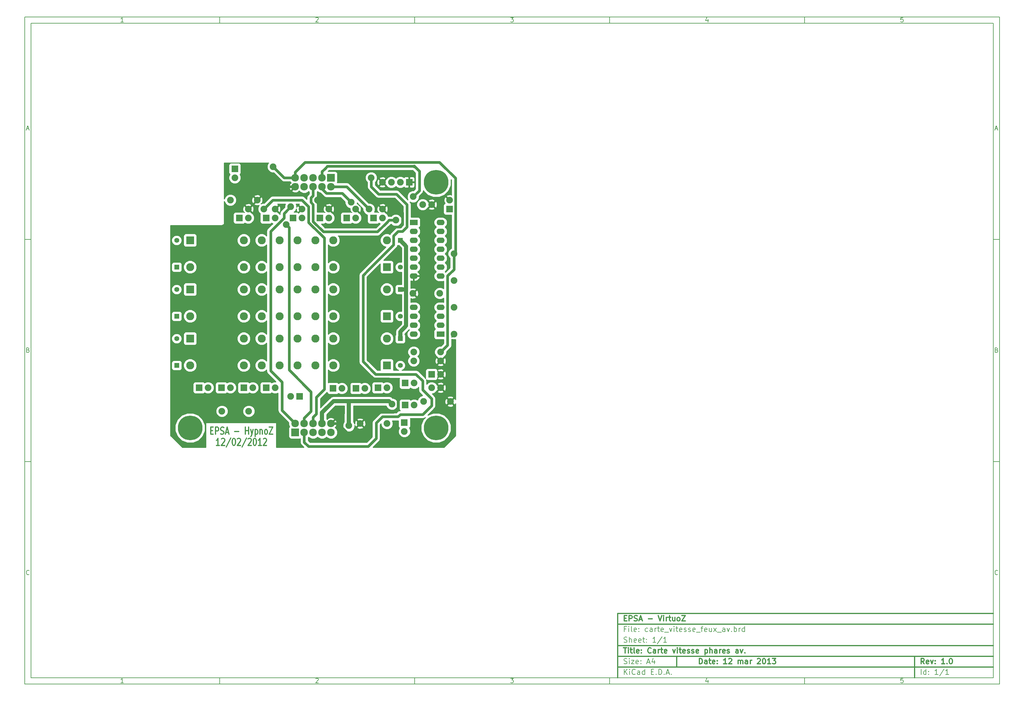
<source format=gtl>
G04 (created by PCBNEW-RS274X (2012-01-19 BZR 3256)-stable) date 12/03/2013 15:28:24*
G01*
G70*
G90*
%MOIN*%
G04 Gerber Fmt 3.4, Leading zero omitted, Abs format*
%FSLAX34Y34*%
G04 APERTURE LIST*
%ADD10C,0.006000*%
%ADD11C,0.012000*%
%ADD12C,0.075000*%
%ADD13R,0.075000X0.075000*%
%ADD14R,0.090000X0.062000*%
%ADD15O,0.090000X0.062000*%
%ADD16C,0.275600*%
%ADD17R,0.090000X0.090000*%
%ADD18C,0.090000*%
%ADD19R,0.055000X0.055000*%
%ADD20C,0.055000*%
%ADD21R,0.085000X0.085000*%
%ADD22C,0.085000*%
%ADD23C,0.045000*%
%ADD24C,0.030000*%
%ADD25C,0.010000*%
G04 APERTURE END LIST*
G54D10*
X04000Y-04000D02*
X113000Y-04000D01*
X113000Y-78670D01*
X04000Y-78670D01*
X04000Y-04000D01*
X04700Y-04700D02*
X112300Y-04700D01*
X112300Y-77970D01*
X04700Y-77970D01*
X04700Y-04700D01*
X25800Y-04000D02*
X25800Y-04700D01*
X15043Y-04552D02*
X14757Y-04552D01*
X14900Y-04552D02*
X14900Y-04052D01*
X14852Y-04124D01*
X14805Y-04171D01*
X14757Y-04195D01*
X25800Y-78670D02*
X25800Y-77970D01*
X15043Y-78522D02*
X14757Y-78522D01*
X14900Y-78522D02*
X14900Y-78022D01*
X14852Y-78094D01*
X14805Y-78141D01*
X14757Y-78165D01*
X47600Y-04000D02*
X47600Y-04700D01*
X36557Y-04100D02*
X36581Y-04076D01*
X36629Y-04052D01*
X36748Y-04052D01*
X36795Y-04076D01*
X36819Y-04100D01*
X36843Y-04148D01*
X36843Y-04195D01*
X36819Y-04267D01*
X36533Y-04552D01*
X36843Y-04552D01*
X47600Y-78670D02*
X47600Y-77970D01*
X36557Y-78070D02*
X36581Y-78046D01*
X36629Y-78022D01*
X36748Y-78022D01*
X36795Y-78046D01*
X36819Y-78070D01*
X36843Y-78118D01*
X36843Y-78165D01*
X36819Y-78237D01*
X36533Y-78522D01*
X36843Y-78522D01*
X69400Y-04000D02*
X69400Y-04700D01*
X58333Y-04052D02*
X58643Y-04052D01*
X58476Y-04243D01*
X58548Y-04243D01*
X58595Y-04267D01*
X58619Y-04290D01*
X58643Y-04338D01*
X58643Y-04457D01*
X58619Y-04505D01*
X58595Y-04529D01*
X58548Y-04552D01*
X58405Y-04552D01*
X58357Y-04529D01*
X58333Y-04505D01*
X69400Y-78670D02*
X69400Y-77970D01*
X58333Y-78022D02*
X58643Y-78022D01*
X58476Y-78213D01*
X58548Y-78213D01*
X58595Y-78237D01*
X58619Y-78260D01*
X58643Y-78308D01*
X58643Y-78427D01*
X58619Y-78475D01*
X58595Y-78499D01*
X58548Y-78522D01*
X58405Y-78522D01*
X58357Y-78499D01*
X58333Y-78475D01*
X91200Y-04000D02*
X91200Y-04700D01*
X80395Y-04219D02*
X80395Y-04552D01*
X80276Y-04029D02*
X80157Y-04386D01*
X80467Y-04386D01*
X91200Y-78670D02*
X91200Y-77970D01*
X80395Y-78189D02*
X80395Y-78522D01*
X80276Y-77999D02*
X80157Y-78356D01*
X80467Y-78356D01*
X102219Y-04052D02*
X101981Y-04052D01*
X101957Y-04290D01*
X101981Y-04267D01*
X102029Y-04243D01*
X102148Y-04243D01*
X102195Y-04267D01*
X102219Y-04290D01*
X102243Y-04338D01*
X102243Y-04457D01*
X102219Y-04505D01*
X102195Y-04529D01*
X102148Y-04552D01*
X102029Y-04552D01*
X101981Y-04529D01*
X101957Y-04505D01*
X102219Y-78022D02*
X101981Y-78022D01*
X101957Y-78260D01*
X101981Y-78237D01*
X102029Y-78213D01*
X102148Y-78213D01*
X102195Y-78237D01*
X102219Y-78260D01*
X102243Y-78308D01*
X102243Y-78427D01*
X102219Y-78475D01*
X102195Y-78499D01*
X102148Y-78522D01*
X102029Y-78522D01*
X101981Y-78499D01*
X101957Y-78475D01*
X04000Y-28890D02*
X04700Y-28890D01*
X04231Y-16510D02*
X04469Y-16510D01*
X04184Y-16652D02*
X04350Y-16152D01*
X04517Y-16652D01*
X113000Y-28890D02*
X112300Y-28890D01*
X112531Y-16510D02*
X112769Y-16510D01*
X112484Y-16652D02*
X112650Y-16152D01*
X112817Y-16652D01*
X04000Y-53780D02*
X04700Y-53780D01*
X04386Y-41280D02*
X04457Y-41304D01*
X04481Y-41328D01*
X04505Y-41376D01*
X04505Y-41447D01*
X04481Y-41495D01*
X04457Y-41519D01*
X04410Y-41542D01*
X04219Y-41542D01*
X04219Y-41042D01*
X04386Y-41042D01*
X04433Y-41066D01*
X04457Y-41090D01*
X04481Y-41138D01*
X04481Y-41185D01*
X04457Y-41233D01*
X04433Y-41257D01*
X04386Y-41280D01*
X04219Y-41280D01*
X113000Y-53780D02*
X112300Y-53780D01*
X112686Y-41280D02*
X112757Y-41304D01*
X112781Y-41328D01*
X112805Y-41376D01*
X112805Y-41447D01*
X112781Y-41495D01*
X112757Y-41519D01*
X112710Y-41542D01*
X112519Y-41542D01*
X112519Y-41042D01*
X112686Y-41042D01*
X112733Y-41066D01*
X112757Y-41090D01*
X112781Y-41138D01*
X112781Y-41185D01*
X112757Y-41233D01*
X112733Y-41257D01*
X112686Y-41280D01*
X112519Y-41280D01*
X04505Y-66385D02*
X04481Y-66409D01*
X04410Y-66432D01*
X04362Y-66432D01*
X04290Y-66409D01*
X04243Y-66361D01*
X04219Y-66313D01*
X04195Y-66218D01*
X04195Y-66147D01*
X04219Y-66051D01*
X04243Y-66004D01*
X04290Y-65956D01*
X04362Y-65932D01*
X04410Y-65932D01*
X04481Y-65956D01*
X04505Y-65980D01*
X112805Y-66385D02*
X112781Y-66409D01*
X112710Y-66432D01*
X112662Y-66432D01*
X112590Y-66409D01*
X112543Y-66361D01*
X112519Y-66313D01*
X112495Y-66218D01*
X112495Y-66147D01*
X112519Y-66051D01*
X112543Y-66004D01*
X112590Y-65956D01*
X112662Y-65932D01*
X112710Y-65932D01*
X112781Y-65956D01*
X112805Y-65980D01*
G54D11*
X79443Y-76413D02*
X79443Y-75813D01*
X79586Y-75813D01*
X79671Y-75841D01*
X79729Y-75899D01*
X79757Y-75956D01*
X79786Y-76070D01*
X79786Y-76156D01*
X79757Y-76270D01*
X79729Y-76327D01*
X79671Y-76384D01*
X79586Y-76413D01*
X79443Y-76413D01*
X80300Y-76413D02*
X80300Y-76099D01*
X80271Y-76041D01*
X80214Y-76013D01*
X80100Y-76013D01*
X80043Y-76041D01*
X80300Y-76384D02*
X80243Y-76413D01*
X80100Y-76413D01*
X80043Y-76384D01*
X80014Y-76327D01*
X80014Y-76270D01*
X80043Y-76213D01*
X80100Y-76184D01*
X80243Y-76184D01*
X80300Y-76156D01*
X80500Y-76013D02*
X80729Y-76013D01*
X80586Y-75813D02*
X80586Y-76327D01*
X80614Y-76384D01*
X80672Y-76413D01*
X80729Y-76413D01*
X81157Y-76384D02*
X81100Y-76413D01*
X80986Y-76413D01*
X80929Y-76384D01*
X80900Y-76327D01*
X80900Y-76099D01*
X80929Y-76041D01*
X80986Y-76013D01*
X81100Y-76013D01*
X81157Y-76041D01*
X81186Y-76099D01*
X81186Y-76156D01*
X80900Y-76213D01*
X81443Y-76356D02*
X81471Y-76384D01*
X81443Y-76413D01*
X81414Y-76384D01*
X81443Y-76356D01*
X81443Y-76413D01*
X81443Y-76041D02*
X81471Y-76070D01*
X81443Y-76099D01*
X81414Y-76070D01*
X81443Y-76041D01*
X81443Y-76099D01*
X82500Y-76413D02*
X82157Y-76413D01*
X82329Y-76413D02*
X82329Y-75813D01*
X82272Y-75899D01*
X82214Y-75956D01*
X82157Y-75984D01*
X82728Y-75870D02*
X82757Y-75841D01*
X82814Y-75813D01*
X82957Y-75813D01*
X83014Y-75841D01*
X83043Y-75870D01*
X83071Y-75927D01*
X83071Y-75984D01*
X83043Y-76070D01*
X82700Y-76413D01*
X83071Y-76413D01*
X83785Y-76413D02*
X83785Y-76013D01*
X83785Y-76070D02*
X83813Y-76041D01*
X83871Y-76013D01*
X83956Y-76013D01*
X84013Y-76041D01*
X84042Y-76099D01*
X84042Y-76413D01*
X84042Y-76099D02*
X84071Y-76041D01*
X84128Y-76013D01*
X84213Y-76013D01*
X84271Y-76041D01*
X84299Y-76099D01*
X84299Y-76413D01*
X84842Y-76413D02*
X84842Y-76099D01*
X84813Y-76041D01*
X84756Y-76013D01*
X84642Y-76013D01*
X84585Y-76041D01*
X84842Y-76384D02*
X84785Y-76413D01*
X84642Y-76413D01*
X84585Y-76384D01*
X84556Y-76327D01*
X84556Y-76270D01*
X84585Y-76213D01*
X84642Y-76184D01*
X84785Y-76184D01*
X84842Y-76156D01*
X85128Y-76413D02*
X85128Y-76013D01*
X85128Y-76127D02*
X85156Y-76070D01*
X85185Y-76041D01*
X85242Y-76013D01*
X85299Y-76013D01*
X85927Y-75870D02*
X85956Y-75841D01*
X86013Y-75813D01*
X86156Y-75813D01*
X86213Y-75841D01*
X86242Y-75870D01*
X86270Y-75927D01*
X86270Y-75984D01*
X86242Y-76070D01*
X85899Y-76413D01*
X86270Y-76413D01*
X86641Y-75813D02*
X86698Y-75813D01*
X86755Y-75841D01*
X86784Y-75870D01*
X86813Y-75927D01*
X86841Y-76041D01*
X86841Y-76184D01*
X86813Y-76299D01*
X86784Y-76356D01*
X86755Y-76384D01*
X86698Y-76413D01*
X86641Y-76413D01*
X86584Y-76384D01*
X86555Y-76356D01*
X86527Y-76299D01*
X86498Y-76184D01*
X86498Y-76041D01*
X86527Y-75927D01*
X86555Y-75870D01*
X86584Y-75841D01*
X86641Y-75813D01*
X87412Y-76413D02*
X87069Y-76413D01*
X87241Y-76413D02*
X87241Y-75813D01*
X87184Y-75899D01*
X87126Y-75956D01*
X87069Y-75984D01*
X87612Y-75813D02*
X87983Y-75813D01*
X87783Y-76041D01*
X87869Y-76041D01*
X87926Y-76070D01*
X87955Y-76099D01*
X87983Y-76156D01*
X87983Y-76299D01*
X87955Y-76356D01*
X87926Y-76384D01*
X87869Y-76413D01*
X87697Y-76413D01*
X87640Y-76384D01*
X87612Y-76356D01*
G54D10*
X71043Y-77613D02*
X71043Y-77013D01*
X71386Y-77613D02*
X71129Y-77270D01*
X71386Y-77013D02*
X71043Y-77356D01*
X71643Y-77613D02*
X71643Y-77213D01*
X71643Y-77013D02*
X71614Y-77041D01*
X71643Y-77070D01*
X71671Y-77041D01*
X71643Y-77013D01*
X71643Y-77070D01*
X72272Y-77556D02*
X72243Y-77584D01*
X72157Y-77613D01*
X72100Y-77613D01*
X72015Y-77584D01*
X71957Y-77527D01*
X71929Y-77470D01*
X71900Y-77356D01*
X71900Y-77270D01*
X71929Y-77156D01*
X71957Y-77099D01*
X72015Y-77041D01*
X72100Y-77013D01*
X72157Y-77013D01*
X72243Y-77041D01*
X72272Y-77070D01*
X72786Y-77613D02*
X72786Y-77299D01*
X72757Y-77241D01*
X72700Y-77213D01*
X72586Y-77213D01*
X72529Y-77241D01*
X72786Y-77584D02*
X72729Y-77613D01*
X72586Y-77613D01*
X72529Y-77584D01*
X72500Y-77527D01*
X72500Y-77470D01*
X72529Y-77413D01*
X72586Y-77384D01*
X72729Y-77384D01*
X72786Y-77356D01*
X73329Y-77613D02*
X73329Y-77013D01*
X73329Y-77584D02*
X73272Y-77613D01*
X73158Y-77613D01*
X73100Y-77584D01*
X73072Y-77556D01*
X73043Y-77499D01*
X73043Y-77327D01*
X73072Y-77270D01*
X73100Y-77241D01*
X73158Y-77213D01*
X73272Y-77213D01*
X73329Y-77241D01*
X74072Y-77299D02*
X74272Y-77299D01*
X74358Y-77613D02*
X74072Y-77613D01*
X74072Y-77013D01*
X74358Y-77013D01*
X74615Y-77556D02*
X74643Y-77584D01*
X74615Y-77613D01*
X74586Y-77584D01*
X74615Y-77556D01*
X74615Y-77613D01*
X74901Y-77613D02*
X74901Y-77013D01*
X75044Y-77013D01*
X75129Y-77041D01*
X75187Y-77099D01*
X75215Y-77156D01*
X75244Y-77270D01*
X75244Y-77356D01*
X75215Y-77470D01*
X75187Y-77527D01*
X75129Y-77584D01*
X75044Y-77613D01*
X74901Y-77613D01*
X75501Y-77556D02*
X75529Y-77584D01*
X75501Y-77613D01*
X75472Y-77584D01*
X75501Y-77556D01*
X75501Y-77613D01*
X75758Y-77441D02*
X76044Y-77441D01*
X75701Y-77613D02*
X75901Y-77013D01*
X76101Y-77613D01*
X76301Y-77556D02*
X76329Y-77584D01*
X76301Y-77613D01*
X76272Y-77584D01*
X76301Y-77556D01*
X76301Y-77613D01*
G54D11*
X104586Y-76413D02*
X104386Y-76127D01*
X104243Y-76413D02*
X104243Y-75813D01*
X104471Y-75813D01*
X104529Y-75841D01*
X104557Y-75870D01*
X104586Y-75927D01*
X104586Y-76013D01*
X104557Y-76070D01*
X104529Y-76099D01*
X104471Y-76127D01*
X104243Y-76127D01*
X105071Y-76384D02*
X105014Y-76413D01*
X104900Y-76413D01*
X104843Y-76384D01*
X104814Y-76327D01*
X104814Y-76099D01*
X104843Y-76041D01*
X104900Y-76013D01*
X105014Y-76013D01*
X105071Y-76041D01*
X105100Y-76099D01*
X105100Y-76156D01*
X104814Y-76213D01*
X105300Y-76013D02*
X105443Y-76413D01*
X105585Y-76013D01*
X105814Y-76356D02*
X105842Y-76384D01*
X105814Y-76413D01*
X105785Y-76384D01*
X105814Y-76356D01*
X105814Y-76413D01*
X105814Y-76041D02*
X105842Y-76070D01*
X105814Y-76099D01*
X105785Y-76070D01*
X105814Y-76041D01*
X105814Y-76099D01*
X106871Y-76413D02*
X106528Y-76413D01*
X106700Y-76413D02*
X106700Y-75813D01*
X106643Y-75899D01*
X106585Y-75956D01*
X106528Y-75984D01*
X107128Y-76356D02*
X107156Y-76384D01*
X107128Y-76413D01*
X107099Y-76384D01*
X107128Y-76356D01*
X107128Y-76413D01*
X107528Y-75813D02*
X107585Y-75813D01*
X107642Y-75841D01*
X107671Y-75870D01*
X107700Y-75927D01*
X107728Y-76041D01*
X107728Y-76184D01*
X107700Y-76299D01*
X107671Y-76356D01*
X107642Y-76384D01*
X107585Y-76413D01*
X107528Y-76413D01*
X107471Y-76384D01*
X107442Y-76356D01*
X107414Y-76299D01*
X107385Y-76184D01*
X107385Y-76041D01*
X107414Y-75927D01*
X107442Y-75870D01*
X107471Y-75841D01*
X107528Y-75813D01*
G54D10*
X71014Y-76384D02*
X71100Y-76413D01*
X71243Y-76413D01*
X71300Y-76384D01*
X71329Y-76356D01*
X71357Y-76299D01*
X71357Y-76241D01*
X71329Y-76184D01*
X71300Y-76156D01*
X71243Y-76127D01*
X71129Y-76099D01*
X71071Y-76070D01*
X71043Y-76041D01*
X71014Y-75984D01*
X71014Y-75927D01*
X71043Y-75870D01*
X71071Y-75841D01*
X71129Y-75813D01*
X71271Y-75813D01*
X71357Y-75841D01*
X71614Y-76413D02*
X71614Y-76013D01*
X71614Y-75813D02*
X71585Y-75841D01*
X71614Y-75870D01*
X71642Y-75841D01*
X71614Y-75813D01*
X71614Y-75870D01*
X71843Y-76013D02*
X72157Y-76013D01*
X71843Y-76413D01*
X72157Y-76413D01*
X72614Y-76384D02*
X72557Y-76413D01*
X72443Y-76413D01*
X72386Y-76384D01*
X72357Y-76327D01*
X72357Y-76099D01*
X72386Y-76041D01*
X72443Y-76013D01*
X72557Y-76013D01*
X72614Y-76041D01*
X72643Y-76099D01*
X72643Y-76156D01*
X72357Y-76213D01*
X72900Y-76356D02*
X72928Y-76384D01*
X72900Y-76413D01*
X72871Y-76384D01*
X72900Y-76356D01*
X72900Y-76413D01*
X72900Y-76041D02*
X72928Y-76070D01*
X72900Y-76099D01*
X72871Y-76070D01*
X72900Y-76041D01*
X72900Y-76099D01*
X73614Y-76241D02*
X73900Y-76241D01*
X73557Y-76413D02*
X73757Y-75813D01*
X73957Y-76413D01*
X74414Y-76013D02*
X74414Y-76413D01*
X74271Y-75784D02*
X74128Y-76213D01*
X74500Y-76213D01*
X104243Y-77613D02*
X104243Y-77013D01*
X104786Y-77613D02*
X104786Y-77013D01*
X104786Y-77584D02*
X104729Y-77613D01*
X104615Y-77613D01*
X104557Y-77584D01*
X104529Y-77556D01*
X104500Y-77499D01*
X104500Y-77327D01*
X104529Y-77270D01*
X104557Y-77241D01*
X104615Y-77213D01*
X104729Y-77213D01*
X104786Y-77241D01*
X105072Y-77556D02*
X105100Y-77584D01*
X105072Y-77613D01*
X105043Y-77584D01*
X105072Y-77556D01*
X105072Y-77613D01*
X105072Y-77241D02*
X105100Y-77270D01*
X105072Y-77299D01*
X105043Y-77270D01*
X105072Y-77241D01*
X105072Y-77299D01*
X106129Y-77613D02*
X105786Y-77613D01*
X105958Y-77613D02*
X105958Y-77013D01*
X105901Y-77099D01*
X105843Y-77156D01*
X105786Y-77184D01*
X106814Y-76984D02*
X106300Y-77756D01*
X107329Y-77613D02*
X106986Y-77613D01*
X107158Y-77613D02*
X107158Y-77013D01*
X107101Y-77099D01*
X107043Y-77156D01*
X106986Y-77184D01*
G54D11*
X70957Y-74613D02*
X71300Y-74613D01*
X71129Y-75213D02*
X71129Y-74613D01*
X71500Y-75213D02*
X71500Y-74813D01*
X71500Y-74613D02*
X71471Y-74641D01*
X71500Y-74670D01*
X71528Y-74641D01*
X71500Y-74613D01*
X71500Y-74670D01*
X71700Y-74813D02*
X71929Y-74813D01*
X71786Y-74613D02*
X71786Y-75127D01*
X71814Y-75184D01*
X71872Y-75213D01*
X71929Y-75213D01*
X72215Y-75213D02*
X72157Y-75184D01*
X72129Y-75127D01*
X72129Y-74613D01*
X72671Y-75184D02*
X72614Y-75213D01*
X72500Y-75213D01*
X72443Y-75184D01*
X72414Y-75127D01*
X72414Y-74899D01*
X72443Y-74841D01*
X72500Y-74813D01*
X72614Y-74813D01*
X72671Y-74841D01*
X72700Y-74899D01*
X72700Y-74956D01*
X72414Y-75013D01*
X72957Y-75156D02*
X72985Y-75184D01*
X72957Y-75213D01*
X72928Y-75184D01*
X72957Y-75156D01*
X72957Y-75213D01*
X72957Y-74841D02*
X72985Y-74870D01*
X72957Y-74899D01*
X72928Y-74870D01*
X72957Y-74841D01*
X72957Y-74899D01*
X74043Y-75156D02*
X74014Y-75184D01*
X73928Y-75213D01*
X73871Y-75213D01*
X73786Y-75184D01*
X73728Y-75127D01*
X73700Y-75070D01*
X73671Y-74956D01*
X73671Y-74870D01*
X73700Y-74756D01*
X73728Y-74699D01*
X73786Y-74641D01*
X73871Y-74613D01*
X73928Y-74613D01*
X74014Y-74641D01*
X74043Y-74670D01*
X74557Y-75213D02*
X74557Y-74899D01*
X74528Y-74841D01*
X74471Y-74813D01*
X74357Y-74813D01*
X74300Y-74841D01*
X74557Y-75184D02*
X74500Y-75213D01*
X74357Y-75213D01*
X74300Y-75184D01*
X74271Y-75127D01*
X74271Y-75070D01*
X74300Y-75013D01*
X74357Y-74984D01*
X74500Y-74984D01*
X74557Y-74956D01*
X74843Y-75213D02*
X74843Y-74813D01*
X74843Y-74927D02*
X74871Y-74870D01*
X74900Y-74841D01*
X74957Y-74813D01*
X75014Y-74813D01*
X75128Y-74813D02*
X75357Y-74813D01*
X75214Y-74613D02*
X75214Y-75127D01*
X75242Y-75184D01*
X75300Y-75213D01*
X75357Y-75213D01*
X75785Y-75184D02*
X75728Y-75213D01*
X75614Y-75213D01*
X75557Y-75184D01*
X75528Y-75127D01*
X75528Y-74899D01*
X75557Y-74841D01*
X75614Y-74813D01*
X75728Y-74813D01*
X75785Y-74841D01*
X75814Y-74899D01*
X75814Y-74956D01*
X75528Y-75013D01*
X76471Y-74813D02*
X76614Y-75213D01*
X76756Y-74813D01*
X76985Y-75213D02*
X76985Y-74813D01*
X76985Y-74613D02*
X76956Y-74641D01*
X76985Y-74670D01*
X77013Y-74641D01*
X76985Y-74613D01*
X76985Y-74670D01*
X77185Y-74813D02*
X77414Y-74813D01*
X77271Y-74613D02*
X77271Y-75127D01*
X77299Y-75184D01*
X77357Y-75213D01*
X77414Y-75213D01*
X77842Y-75184D02*
X77785Y-75213D01*
X77671Y-75213D01*
X77614Y-75184D01*
X77585Y-75127D01*
X77585Y-74899D01*
X77614Y-74841D01*
X77671Y-74813D01*
X77785Y-74813D01*
X77842Y-74841D01*
X77871Y-74899D01*
X77871Y-74956D01*
X77585Y-75013D01*
X78099Y-75184D02*
X78156Y-75213D01*
X78271Y-75213D01*
X78328Y-75184D01*
X78356Y-75127D01*
X78356Y-75099D01*
X78328Y-75041D01*
X78271Y-75013D01*
X78185Y-75013D01*
X78128Y-74984D01*
X78099Y-74927D01*
X78099Y-74899D01*
X78128Y-74841D01*
X78185Y-74813D01*
X78271Y-74813D01*
X78328Y-74841D01*
X78585Y-75184D02*
X78642Y-75213D01*
X78757Y-75213D01*
X78814Y-75184D01*
X78842Y-75127D01*
X78842Y-75099D01*
X78814Y-75041D01*
X78757Y-75013D01*
X78671Y-75013D01*
X78614Y-74984D01*
X78585Y-74927D01*
X78585Y-74899D01*
X78614Y-74841D01*
X78671Y-74813D01*
X78757Y-74813D01*
X78814Y-74841D01*
X79328Y-75184D02*
X79271Y-75213D01*
X79157Y-75213D01*
X79100Y-75184D01*
X79071Y-75127D01*
X79071Y-74899D01*
X79100Y-74841D01*
X79157Y-74813D01*
X79271Y-74813D01*
X79328Y-74841D01*
X79357Y-74899D01*
X79357Y-74956D01*
X79071Y-75013D01*
X80071Y-74813D02*
X80071Y-75413D01*
X80071Y-74841D02*
X80128Y-74813D01*
X80242Y-74813D01*
X80299Y-74841D01*
X80328Y-74870D01*
X80357Y-74927D01*
X80357Y-75099D01*
X80328Y-75156D01*
X80299Y-75184D01*
X80242Y-75213D01*
X80128Y-75213D01*
X80071Y-75184D01*
X80614Y-75213D02*
X80614Y-74613D01*
X80871Y-75213D02*
X80871Y-74899D01*
X80842Y-74841D01*
X80785Y-74813D01*
X80700Y-74813D01*
X80642Y-74841D01*
X80614Y-74870D01*
X81414Y-75213D02*
X81414Y-74899D01*
X81385Y-74841D01*
X81328Y-74813D01*
X81214Y-74813D01*
X81157Y-74841D01*
X81414Y-75184D02*
X81357Y-75213D01*
X81214Y-75213D01*
X81157Y-75184D01*
X81128Y-75127D01*
X81128Y-75070D01*
X81157Y-75013D01*
X81214Y-74984D01*
X81357Y-74984D01*
X81414Y-74956D01*
X81700Y-75213D02*
X81700Y-74813D01*
X81700Y-74927D02*
X81728Y-74870D01*
X81757Y-74841D01*
X81814Y-74813D01*
X81871Y-74813D01*
X82299Y-75184D02*
X82242Y-75213D01*
X82128Y-75213D01*
X82071Y-75184D01*
X82042Y-75127D01*
X82042Y-74899D01*
X82071Y-74841D01*
X82128Y-74813D01*
X82242Y-74813D01*
X82299Y-74841D01*
X82328Y-74899D01*
X82328Y-74956D01*
X82042Y-75013D01*
X82556Y-75184D02*
X82613Y-75213D01*
X82728Y-75213D01*
X82785Y-75184D01*
X82813Y-75127D01*
X82813Y-75099D01*
X82785Y-75041D01*
X82728Y-75013D01*
X82642Y-75013D01*
X82585Y-74984D01*
X82556Y-74927D01*
X82556Y-74899D01*
X82585Y-74841D01*
X82642Y-74813D01*
X82728Y-74813D01*
X82785Y-74841D01*
X83785Y-75213D02*
X83785Y-74899D01*
X83756Y-74841D01*
X83699Y-74813D01*
X83585Y-74813D01*
X83528Y-74841D01*
X83785Y-75184D02*
X83728Y-75213D01*
X83585Y-75213D01*
X83528Y-75184D01*
X83499Y-75127D01*
X83499Y-75070D01*
X83528Y-75013D01*
X83585Y-74984D01*
X83728Y-74984D01*
X83785Y-74956D01*
X84014Y-74813D02*
X84157Y-75213D01*
X84299Y-74813D01*
X84528Y-75156D02*
X84556Y-75184D01*
X84528Y-75213D01*
X84499Y-75184D01*
X84528Y-75156D01*
X84528Y-75213D01*
G54D10*
X71243Y-72499D02*
X71043Y-72499D01*
X71043Y-72813D02*
X71043Y-72213D01*
X71329Y-72213D01*
X71557Y-72813D02*
X71557Y-72413D01*
X71557Y-72213D02*
X71528Y-72241D01*
X71557Y-72270D01*
X71585Y-72241D01*
X71557Y-72213D01*
X71557Y-72270D01*
X71929Y-72813D02*
X71871Y-72784D01*
X71843Y-72727D01*
X71843Y-72213D01*
X72385Y-72784D02*
X72328Y-72813D01*
X72214Y-72813D01*
X72157Y-72784D01*
X72128Y-72727D01*
X72128Y-72499D01*
X72157Y-72441D01*
X72214Y-72413D01*
X72328Y-72413D01*
X72385Y-72441D01*
X72414Y-72499D01*
X72414Y-72556D01*
X72128Y-72613D01*
X72671Y-72756D02*
X72699Y-72784D01*
X72671Y-72813D01*
X72642Y-72784D01*
X72671Y-72756D01*
X72671Y-72813D01*
X72671Y-72441D02*
X72699Y-72470D01*
X72671Y-72499D01*
X72642Y-72470D01*
X72671Y-72441D01*
X72671Y-72499D01*
X73671Y-72784D02*
X73614Y-72813D01*
X73500Y-72813D01*
X73442Y-72784D01*
X73414Y-72756D01*
X73385Y-72699D01*
X73385Y-72527D01*
X73414Y-72470D01*
X73442Y-72441D01*
X73500Y-72413D01*
X73614Y-72413D01*
X73671Y-72441D01*
X74185Y-72813D02*
X74185Y-72499D01*
X74156Y-72441D01*
X74099Y-72413D01*
X73985Y-72413D01*
X73928Y-72441D01*
X74185Y-72784D02*
X74128Y-72813D01*
X73985Y-72813D01*
X73928Y-72784D01*
X73899Y-72727D01*
X73899Y-72670D01*
X73928Y-72613D01*
X73985Y-72584D01*
X74128Y-72584D01*
X74185Y-72556D01*
X74471Y-72813D02*
X74471Y-72413D01*
X74471Y-72527D02*
X74499Y-72470D01*
X74528Y-72441D01*
X74585Y-72413D01*
X74642Y-72413D01*
X74756Y-72413D02*
X74985Y-72413D01*
X74842Y-72213D02*
X74842Y-72727D01*
X74870Y-72784D01*
X74928Y-72813D01*
X74985Y-72813D01*
X75413Y-72784D02*
X75356Y-72813D01*
X75242Y-72813D01*
X75185Y-72784D01*
X75156Y-72727D01*
X75156Y-72499D01*
X75185Y-72441D01*
X75242Y-72413D01*
X75356Y-72413D01*
X75413Y-72441D01*
X75442Y-72499D01*
X75442Y-72556D01*
X75156Y-72613D01*
X75556Y-72870D02*
X76013Y-72870D01*
X76099Y-72413D02*
X76242Y-72813D01*
X76384Y-72413D01*
X76613Y-72813D02*
X76613Y-72413D01*
X76613Y-72213D02*
X76584Y-72241D01*
X76613Y-72270D01*
X76641Y-72241D01*
X76613Y-72213D01*
X76613Y-72270D01*
X76813Y-72413D02*
X77042Y-72413D01*
X76899Y-72213D02*
X76899Y-72727D01*
X76927Y-72784D01*
X76985Y-72813D01*
X77042Y-72813D01*
X77470Y-72784D02*
X77413Y-72813D01*
X77299Y-72813D01*
X77242Y-72784D01*
X77213Y-72727D01*
X77213Y-72499D01*
X77242Y-72441D01*
X77299Y-72413D01*
X77413Y-72413D01*
X77470Y-72441D01*
X77499Y-72499D01*
X77499Y-72556D01*
X77213Y-72613D01*
X77727Y-72784D02*
X77784Y-72813D01*
X77899Y-72813D01*
X77956Y-72784D01*
X77984Y-72727D01*
X77984Y-72699D01*
X77956Y-72641D01*
X77899Y-72613D01*
X77813Y-72613D01*
X77756Y-72584D01*
X77727Y-72527D01*
X77727Y-72499D01*
X77756Y-72441D01*
X77813Y-72413D01*
X77899Y-72413D01*
X77956Y-72441D01*
X78213Y-72784D02*
X78270Y-72813D01*
X78385Y-72813D01*
X78442Y-72784D01*
X78470Y-72727D01*
X78470Y-72699D01*
X78442Y-72641D01*
X78385Y-72613D01*
X78299Y-72613D01*
X78242Y-72584D01*
X78213Y-72527D01*
X78213Y-72499D01*
X78242Y-72441D01*
X78299Y-72413D01*
X78385Y-72413D01*
X78442Y-72441D01*
X78956Y-72784D02*
X78899Y-72813D01*
X78785Y-72813D01*
X78728Y-72784D01*
X78699Y-72727D01*
X78699Y-72499D01*
X78728Y-72441D01*
X78785Y-72413D01*
X78899Y-72413D01*
X78956Y-72441D01*
X78985Y-72499D01*
X78985Y-72556D01*
X78699Y-72613D01*
X79099Y-72870D02*
X79556Y-72870D01*
X79613Y-72413D02*
X79842Y-72413D01*
X79699Y-72813D02*
X79699Y-72299D01*
X79727Y-72241D01*
X79785Y-72213D01*
X79842Y-72213D01*
X80270Y-72784D02*
X80213Y-72813D01*
X80099Y-72813D01*
X80042Y-72784D01*
X80013Y-72727D01*
X80013Y-72499D01*
X80042Y-72441D01*
X80099Y-72413D01*
X80213Y-72413D01*
X80270Y-72441D01*
X80299Y-72499D01*
X80299Y-72556D01*
X80013Y-72613D01*
X80813Y-72413D02*
X80813Y-72813D01*
X80556Y-72413D02*
X80556Y-72727D01*
X80584Y-72784D01*
X80642Y-72813D01*
X80727Y-72813D01*
X80784Y-72784D01*
X80813Y-72756D01*
X81042Y-72813D02*
X81356Y-72413D01*
X81042Y-72413D02*
X81356Y-72813D01*
X81442Y-72870D02*
X81899Y-72870D01*
X82299Y-72813D02*
X82299Y-72499D01*
X82270Y-72441D01*
X82213Y-72413D01*
X82099Y-72413D01*
X82042Y-72441D01*
X82299Y-72784D02*
X82242Y-72813D01*
X82099Y-72813D01*
X82042Y-72784D01*
X82013Y-72727D01*
X82013Y-72670D01*
X82042Y-72613D01*
X82099Y-72584D01*
X82242Y-72584D01*
X82299Y-72556D01*
X82528Y-72413D02*
X82671Y-72813D01*
X82813Y-72413D01*
X83042Y-72756D02*
X83070Y-72784D01*
X83042Y-72813D01*
X83013Y-72784D01*
X83042Y-72756D01*
X83042Y-72813D01*
X83328Y-72813D02*
X83328Y-72213D01*
X83328Y-72441D02*
X83385Y-72413D01*
X83499Y-72413D01*
X83556Y-72441D01*
X83585Y-72470D01*
X83614Y-72527D01*
X83614Y-72699D01*
X83585Y-72756D01*
X83556Y-72784D01*
X83499Y-72813D01*
X83385Y-72813D01*
X83328Y-72784D01*
X83871Y-72813D02*
X83871Y-72413D01*
X83871Y-72527D02*
X83899Y-72470D01*
X83928Y-72441D01*
X83985Y-72413D01*
X84042Y-72413D01*
X84499Y-72813D02*
X84499Y-72213D01*
X84499Y-72784D02*
X84442Y-72813D01*
X84328Y-72813D01*
X84270Y-72784D01*
X84242Y-72756D01*
X84213Y-72699D01*
X84213Y-72527D01*
X84242Y-72470D01*
X84270Y-72441D01*
X84328Y-72413D01*
X84442Y-72413D01*
X84499Y-72441D01*
X71014Y-73984D02*
X71100Y-74013D01*
X71243Y-74013D01*
X71300Y-73984D01*
X71329Y-73956D01*
X71357Y-73899D01*
X71357Y-73841D01*
X71329Y-73784D01*
X71300Y-73756D01*
X71243Y-73727D01*
X71129Y-73699D01*
X71071Y-73670D01*
X71043Y-73641D01*
X71014Y-73584D01*
X71014Y-73527D01*
X71043Y-73470D01*
X71071Y-73441D01*
X71129Y-73413D01*
X71271Y-73413D01*
X71357Y-73441D01*
X71614Y-74013D02*
X71614Y-73413D01*
X71871Y-74013D02*
X71871Y-73699D01*
X71842Y-73641D01*
X71785Y-73613D01*
X71700Y-73613D01*
X71642Y-73641D01*
X71614Y-73670D01*
X72385Y-73984D02*
X72328Y-74013D01*
X72214Y-74013D01*
X72157Y-73984D01*
X72128Y-73927D01*
X72128Y-73699D01*
X72157Y-73641D01*
X72214Y-73613D01*
X72328Y-73613D01*
X72385Y-73641D01*
X72414Y-73699D01*
X72414Y-73756D01*
X72128Y-73813D01*
X72899Y-73984D02*
X72842Y-74013D01*
X72728Y-74013D01*
X72671Y-73984D01*
X72642Y-73927D01*
X72642Y-73699D01*
X72671Y-73641D01*
X72728Y-73613D01*
X72842Y-73613D01*
X72899Y-73641D01*
X72928Y-73699D01*
X72928Y-73756D01*
X72642Y-73813D01*
X73099Y-73613D02*
X73328Y-73613D01*
X73185Y-73413D02*
X73185Y-73927D01*
X73213Y-73984D01*
X73271Y-74013D01*
X73328Y-74013D01*
X73528Y-73956D02*
X73556Y-73984D01*
X73528Y-74013D01*
X73499Y-73984D01*
X73528Y-73956D01*
X73528Y-74013D01*
X73528Y-73641D02*
X73556Y-73670D01*
X73528Y-73699D01*
X73499Y-73670D01*
X73528Y-73641D01*
X73528Y-73699D01*
X74585Y-74013D02*
X74242Y-74013D01*
X74414Y-74013D02*
X74414Y-73413D01*
X74357Y-73499D01*
X74299Y-73556D01*
X74242Y-73584D01*
X75270Y-73384D02*
X74756Y-74156D01*
X75785Y-74013D02*
X75442Y-74013D01*
X75614Y-74013D02*
X75614Y-73413D01*
X75557Y-73499D01*
X75499Y-73556D01*
X75442Y-73584D01*
G54D11*
X71043Y-71299D02*
X71243Y-71299D01*
X71329Y-71613D02*
X71043Y-71613D01*
X71043Y-71013D01*
X71329Y-71013D01*
X71586Y-71613D02*
X71586Y-71013D01*
X71814Y-71013D01*
X71872Y-71041D01*
X71900Y-71070D01*
X71929Y-71127D01*
X71929Y-71213D01*
X71900Y-71270D01*
X71872Y-71299D01*
X71814Y-71327D01*
X71586Y-71327D01*
X72157Y-71584D02*
X72243Y-71613D01*
X72386Y-71613D01*
X72443Y-71584D01*
X72472Y-71556D01*
X72500Y-71499D01*
X72500Y-71441D01*
X72472Y-71384D01*
X72443Y-71356D01*
X72386Y-71327D01*
X72272Y-71299D01*
X72214Y-71270D01*
X72186Y-71241D01*
X72157Y-71184D01*
X72157Y-71127D01*
X72186Y-71070D01*
X72214Y-71041D01*
X72272Y-71013D01*
X72414Y-71013D01*
X72500Y-71041D01*
X72728Y-71441D02*
X73014Y-71441D01*
X72671Y-71613D02*
X72871Y-71013D01*
X73071Y-71613D01*
X73728Y-71384D02*
X74185Y-71384D01*
X74842Y-71013D02*
X75042Y-71613D01*
X75242Y-71013D01*
X75442Y-71613D02*
X75442Y-71213D01*
X75442Y-71013D02*
X75413Y-71041D01*
X75442Y-71070D01*
X75470Y-71041D01*
X75442Y-71013D01*
X75442Y-71070D01*
X75728Y-71613D02*
X75728Y-71213D01*
X75728Y-71327D02*
X75756Y-71270D01*
X75785Y-71241D01*
X75842Y-71213D01*
X75899Y-71213D01*
X76013Y-71213D02*
X76242Y-71213D01*
X76099Y-71013D02*
X76099Y-71527D01*
X76127Y-71584D01*
X76185Y-71613D01*
X76242Y-71613D01*
X76699Y-71213D02*
X76699Y-71613D01*
X76442Y-71213D02*
X76442Y-71527D01*
X76470Y-71584D01*
X76528Y-71613D01*
X76613Y-71613D01*
X76670Y-71584D01*
X76699Y-71556D01*
X77071Y-71613D02*
X77013Y-71584D01*
X76985Y-71556D01*
X76956Y-71499D01*
X76956Y-71327D01*
X76985Y-71270D01*
X77013Y-71241D01*
X77071Y-71213D01*
X77156Y-71213D01*
X77213Y-71241D01*
X77242Y-71270D01*
X77271Y-71327D01*
X77271Y-71499D01*
X77242Y-71556D01*
X77213Y-71584D01*
X77156Y-71613D01*
X77071Y-71613D01*
X77471Y-71013D02*
X77871Y-71013D01*
X77471Y-71613D01*
X77871Y-71613D01*
X70300Y-70770D02*
X70300Y-77970D01*
X70300Y-71970D02*
X112300Y-71970D01*
X70300Y-70770D02*
X112300Y-70770D01*
X70300Y-74370D02*
X112300Y-74370D01*
X103500Y-75570D02*
X103500Y-77970D01*
X70300Y-76770D02*
X112300Y-76770D01*
X70300Y-75570D02*
X112300Y-75570D01*
X76900Y-75570D02*
X76900Y-76770D01*
X24806Y-50299D02*
X25006Y-50299D01*
X25092Y-50718D02*
X24806Y-50718D01*
X24806Y-49918D01*
X25092Y-49918D01*
X25349Y-50718D02*
X25349Y-49918D01*
X25577Y-49918D01*
X25635Y-49956D01*
X25663Y-49994D01*
X25692Y-50070D01*
X25692Y-50184D01*
X25663Y-50261D01*
X25635Y-50299D01*
X25577Y-50337D01*
X25349Y-50337D01*
X25920Y-50680D02*
X26006Y-50718D01*
X26149Y-50718D01*
X26206Y-50680D01*
X26235Y-50642D01*
X26263Y-50565D01*
X26263Y-50489D01*
X26235Y-50413D01*
X26206Y-50375D01*
X26149Y-50337D01*
X26035Y-50299D01*
X25977Y-50261D01*
X25949Y-50223D01*
X25920Y-50146D01*
X25920Y-50070D01*
X25949Y-49994D01*
X25977Y-49956D01*
X26035Y-49918D01*
X26177Y-49918D01*
X26263Y-49956D01*
X26491Y-50489D02*
X26777Y-50489D01*
X26434Y-50718D02*
X26634Y-49918D01*
X26834Y-50718D01*
X27491Y-50413D02*
X27948Y-50413D01*
X28691Y-50718D02*
X28691Y-49918D01*
X28691Y-50299D02*
X29034Y-50299D01*
X29034Y-50718D02*
X29034Y-49918D01*
X29263Y-50184D02*
X29406Y-50718D01*
X29548Y-50184D02*
X29406Y-50718D01*
X29348Y-50908D01*
X29320Y-50946D01*
X29263Y-50984D01*
X29777Y-50184D02*
X29777Y-50984D01*
X29777Y-50223D02*
X29834Y-50184D01*
X29948Y-50184D01*
X30005Y-50223D01*
X30034Y-50261D01*
X30063Y-50337D01*
X30063Y-50565D01*
X30034Y-50642D01*
X30005Y-50680D01*
X29948Y-50718D01*
X29834Y-50718D01*
X29777Y-50680D01*
X30320Y-50184D02*
X30320Y-50718D01*
X30320Y-50261D02*
X30348Y-50223D01*
X30406Y-50184D01*
X30491Y-50184D01*
X30548Y-50223D01*
X30577Y-50299D01*
X30577Y-50718D01*
X30949Y-50718D02*
X30891Y-50680D01*
X30863Y-50642D01*
X30834Y-50565D01*
X30834Y-50337D01*
X30863Y-50261D01*
X30891Y-50223D01*
X30949Y-50184D01*
X31034Y-50184D01*
X31091Y-50223D01*
X31120Y-50261D01*
X31149Y-50337D01*
X31149Y-50565D01*
X31120Y-50642D01*
X31091Y-50680D01*
X31034Y-50718D01*
X30949Y-50718D01*
X31349Y-49918D02*
X31749Y-49918D01*
X31349Y-50718D01*
X31749Y-50718D01*
X25792Y-51958D02*
X25449Y-51958D01*
X25621Y-51958D02*
X25621Y-51158D01*
X25564Y-51272D01*
X25506Y-51348D01*
X25449Y-51386D01*
X26020Y-51234D02*
X26049Y-51196D01*
X26106Y-51158D01*
X26249Y-51158D01*
X26306Y-51196D01*
X26335Y-51234D01*
X26363Y-51310D01*
X26363Y-51386D01*
X26335Y-51501D01*
X25992Y-51958D01*
X26363Y-51958D01*
X27048Y-51120D02*
X26534Y-52148D01*
X27363Y-51158D02*
X27420Y-51158D01*
X27477Y-51196D01*
X27506Y-51234D01*
X27535Y-51310D01*
X27563Y-51463D01*
X27563Y-51653D01*
X27535Y-51805D01*
X27506Y-51882D01*
X27477Y-51920D01*
X27420Y-51958D01*
X27363Y-51958D01*
X27306Y-51920D01*
X27277Y-51882D01*
X27249Y-51805D01*
X27220Y-51653D01*
X27220Y-51463D01*
X27249Y-51310D01*
X27277Y-51234D01*
X27306Y-51196D01*
X27363Y-51158D01*
X27791Y-51234D02*
X27820Y-51196D01*
X27877Y-51158D01*
X28020Y-51158D01*
X28077Y-51196D01*
X28106Y-51234D01*
X28134Y-51310D01*
X28134Y-51386D01*
X28106Y-51501D01*
X27763Y-51958D01*
X28134Y-51958D01*
X28819Y-51120D02*
X28305Y-52148D01*
X28991Y-51234D02*
X29020Y-51196D01*
X29077Y-51158D01*
X29220Y-51158D01*
X29277Y-51196D01*
X29306Y-51234D01*
X29334Y-51310D01*
X29334Y-51386D01*
X29306Y-51501D01*
X28963Y-51958D01*
X29334Y-51958D01*
X29705Y-51158D02*
X29762Y-51158D01*
X29819Y-51196D01*
X29848Y-51234D01*
X29877Y-51310D01*
X29905Y-51463D01*
X29905Y-51653D01*
X29877Y-51805D01*
X29848Y-51882D01*
X29819Y-51920D01*
X29762Y-51958D01*
X29705Y-51958D01*
X29648Y-51920D01*
X29619Y-51882D01*
X29591Y-51805D01*
X29562Y-51653D01*
X29562Y-51463D01*
X29591Y-51310D01*
X29619Y-51234D01*
X29648Y-51196D01*
X29705Y-51158D01*
X30476Y-51958D02*
X30133Y-51958D01*
X30305Y-51958D02*
X30305Y-51158D01*
X30248Y-51272D01*
X30190Y-51348D01*
X30133Y-51386D01*
X30704Y-51234D02*
X30733Y-51196D01*
X30790Y-51158D01*
X30933Y-51158D01*
X30990Y-51196D01*
X31019Y-51234D01*
X31047Y-51310D01*
X31047Y-51386D01*
X31019Y-51501D01*
X30676Y-51958D01*
X31047Y-51958D01*
G54D12*
X48500Y-25000D03*
X49500Y-25000D03*
X49500Y-45500D03*
X50500Y-45500D03*
G54D13*
X49500Y-44000D03*
G54D12*
X50500Y-44000D03*
G54D13*
X51500Y-25500D03*
G54D12*
X51500Y-24500D03*
G54D14*
X47500Y-27000D03*
G54D15*
X47500Y-28000D03*
X47500Y-29000D03*
X47500Y-30000D03*
X47500Y-31000D03*
X47500Y-32000D03*
X47500Y-33000D03*
X50500Y-33000D03*
X50500Y-32000D03*
X50500Y-31000D03*
X50500Y-30000D03*
X50500Y-29000D03*
X50500Y-28000D03*
X50500Y-27000D03*
G54D14*
X50500Y-39500D03*
G54D15*
X50500Y-38500D03*
X50500Y-37500D03*
X50500Y-36500D03*
X47500Y-36500D03*
X47500Y-37500D03*
X47500Y-38500D03*
X47500Y-39500D03*
G54D13*
X38476Y-45571D03*
G54D12*
X39476Y-45571D03*
G54D13*
X46547Y-47441D03*
G54D12*
X47547Y-47441D03*
G54D13*
X26000Y-45500D03*
G54D12*
X27000Y-45500D03*
G54D13*
X46547Y-44980D03*
G54D12*
X47547Y-44980D03*
G54D13*
X41035Y-45571D03*
G54D12*
X42035Y-45571D03*
G54D13*
X23500Y-45500D03*
G54D12*
X24500Y-45500D03*
G54D13*
X43500Y-45500D03*
G54D12*
X44500Y-45500D03*
G54D13*
X28500Y-45500D03*
G54D12*
X29500Y-45500D03*
G54D13*
X31000Y-45500D03*
G54D12*
X32000Y-45500D03*
X44000Y-22500D03*
X45000Y-22500D03*
G54D13*
X47000Y-22500D03*
G54D12*
X46000Y-22500D03*
G54D13*
X46457Y-49402D03*
G54D12*
X46457Y-50402D03*
G54D13*
X27500Y-21000D03*
G54D12*
X27500Y-22000D03*
X48598Y-47047D03*
X51598Y-47047D03*
X52000Y-30500D03*
X52000Y-33500D03*
X50417Y-34941D03*
X47417Y-34941D03*
X41512Y-49508D03*
X44512Y-49508D03*
X30000Y-24500D03*
X27000Y-24500D03*
X50500Y-41500D03*
X47500Y-41500D03*
X47500Y-42500D03*
X50500Y-42500D03*
X52000Y-36500D03*
X52000Y-39500D03*
G54D13*
X34752Y-46457D03*
G54D12*
X33752Y-46457D03*
X26059Y-48130D03*
X29059Y-48130D03*
G54D13*
X37000Y-26500D03*
G54D12*
X38000Y-26500D03*
X38000Y-25500D03*
G54D13*
X31000Y-26500D03*
G54D12*
X32000Y-26500D03*
X32000Y-25500D03*
G54D13*
X40000Y-26500D03*
G54D12*
X41000Y-26500D03*
X41000Y-25500D03*
G54D13*
X34000Y-26500D03*
G54D12*
X35000Y-26500D03*
X35000Y-25500D03*
G54D13*
X43000Y-26500D03*
G54D12*
X44000Y-26500D03*
X44000Y-25500D03*
G54D13*
X28000Y-26500D03*
G54D12*
X29000Y-26500D03*
X29000Y-25500D03*
G54D16*
X50000Y-50000D03*
X50000Y-22500D03*
X22500Y-50000D03*
G54D17*
X44500Y-43000D03*
G54D18*
X44500Y-40000D03*
X38500Y-43000D03*
X38500Y-40000D03*
X36500Y-43000D03*
X36500Y-40000D03*
X34500Y-43000D03*
X34500Y-40000D03*
G54D17*
X44500Y-37500D03*
G54D18*
X44500Y-34500D03*
X38500Y-37500D03*
X38500Y-34500D03*
X36500Y-37500D03*
X36500Y-34500D03*
X34500Y-37500D03*
X34500Y-34500D03*
G54D17*
X44500Y-32000D03*
G54D18*
X44500Y-29000D03*
X38500Y-32000D03*
X38500Y-29000D03*
X36500Y-32000D03*
X36500Y-29000D03*
X34500Y-32000D03*
X34500Y-29000D03*
G54D17*
X22500Y-40000D03*
G54D18*
X22500Y-43000D03*
X28500Y-40000D03*
X28500Y-43000D03*
X30500Y-40000D03*
X30500Y-43000D03*
X32500Y-40000D03*
X32500Y-43000D03*
G54D17*
X22500Y-34500D03*
G54D18*
X22500Y-37500D03*
X28500Y-34500D03*
X28500Y-37500D03*
X30500Y-34500D03*
X30500Y-37500D03*
X32500Y-34500D03*
X32500Y-37500D03*
G54D17*
X22500Y-29000D03*
G54D18*
X22500Y-32000D03*
X28500Y-29000D03*
X28500Y-32000D03*
X30500Y-29000D03*
X30500Y-32000D03*
X32500Y-29000D03*
X32500Y-32000D03*
G54D19*
X46000Y-40000D03*
G54D20*
X46000Y-43000D03*
G54D19*
X46000Y-34500D03*
G54D20*
X46000Y-37500D03*
G54D19*
X46000Y-29000D03*
G54D20*
X46000Y-32000D03*
G54D19*
X21000Y-43000D03*
G54D20*
X21000Y-40000D03*
G54D19*
X21000Y-37500D03*
G54D20*
X21000Y-34500D03*
G54D19*
X21000Y-32000D03*
G54D20*
X21000Y-29000D03*
G54D21*
X38250Y-22000D03*
G54D22*
X38250Y-23000D03*
X37250Y-22000D03*
X37250Y-23000D03*
X36250Y-22000D03*
X36250Y-23000D03*
X35250Y-22000D03*
X35250Y-23000D03*
X34250Y-22000D03*
X34250Y-23000D03*
G54D21*
X34250Y-50500D03*
G54D22*
X34250Y-49500D03*
X35250Y-50500D03*
X35250Y-49500D03*
X36250Y-50500D03*
X36250Y-49500D03*
X37250Y-50500D03*
X37250Y-49500D03*
X38250Y-50500D03*
X38250Y-49500D03*
G54D12*
X45079Y-47343D03*
X40250Y-49750D03*
X33250Y-27250D03*
X40500Y-24750D03*
X30750Y-25500D03*
X45500Y-26750D03*
X33750Y-25250D03*
X42500Y-25500D03*
X47441Y-24114D03*
X42750Y-22000D03*
X39250Y-25000D03*
X45500Y-25500D03*
X30500Y-23000D03*
X36750Y-24500D03*
X31791Y-20768D03*
G54D23*
X46000Y-34500D02*
X46654Y-34500D01*
X37250Y-48282D02*
X37894Y-47638D01*
X37250Y-49500D02*
X37250Y-48282D01*
X44734Y-46998D02*
X45079Y-47343D01*
X38534Y-46998D02*
X40256Y-46998D01*
X40256Y-46998D02*
X44734Y-46998D01*
X40157Y-47047D02*
X40256Y-47047D01*
X40250Y-49750D02*
X40256Y-47047D01*
X40207Y-47047D02*
X40157Y-47047D01*
X40256Y-46998D02*
X40207Y-47047D01*
X37894Y-47638D02*
X38534Y-46998D01*
X46654Y-34547D02*
X46654Y-29654D01*
X46654Y-29654D02*
X46000Y-29000D01*
X46654Y-38582D02*
X46654Y-34547D01*
X46000Y-39236D02*
X46654Y-38582D01*
X46654Y-34500D02*
X46654Y-34547D01*
X46000Y-40000D02*
X46000Y-39236D01*
G54D24*
X33563Y-29000D02*
X33563Y-27563D01*
X33563Y-27563D02*
X33250Y-27250D01*
X35250Y-48904D02*
X35250Y-49500D01*
X36024Y-48130D02*
X35250Y-48904D01*
X36024Y-45965D02*
X36024Y-48130D01*
X33563Y-43504D02*
X36024Y-45965D01*
X33563Y-29000D02*
X33563Y-43504D01*
X37750Y-23750D02*
X39500Y-23750D01*
X37250Y-23250D02*
X37750Y-23750D01*
X39500Y-23750D02*
X40500Y-24750D01*
X37250Y-23000D02*
X37250Y-23250D01*
X37500Y-45670D02*
X37500Y-31750D01*
X36614Y-46556D02*
X37500Y-45670D01*
X36614Y-48426D02*
X36614Y-46556D01*
X36250Y-48790D02*
X36614Y-48426D01*
X37500Y-28750D02*
X37500Y-31750D01*
X31750Y-24500D02*
X30750Y-25500D01*
X35750Y-25250D02*
X35000Y-24500D01*
X35000Y-24500D02*
X31750Y-24500D01*
X35750Y-27000D02*
X35750Y-25250D01*
X35750Y-27000D02*
X37500Y-28750D01*
X36250Y-49500D02*
X36250Y-48790D01*
X36250Y-24000D02*
X36250Y-23000D01*
X36000Y-24250D02*
X36250Y-24000D01*
X36250Y-25000D02*
X36000Y-24750D01*
X36250Y-25000D02*
X36250Y-26899D01*
X37402Y-28051D02*
X42750Y-28051D01*
X36250Y-26899D02*
X37402Y-28051D01*
X36000Y-24750D02*
X36000Y-24250D01*
X44750Y-26750D02*
X45500Y-26750D01*
X44500Y-27000D02*
X44750Y-26750D01*
X42750Y-28051D02*
X43449Y-28051D01*
X43449Y-28051D02*
X44500Y-27000D01*
X33000Y-26000D02*
X33750Y-25250D01*
X31496Y-30250D02*
X31496Y-43602D01*
X31496Y-43602D02*
X32776Y-44882D01*
X32776Y-44882D02*
X32776Y-48026D01*
X32776Y-48026D02*
X34250Y-49500D01*
X31496Y-30250D02*
X31496Y-29000D01*
X31500Y-29000D02*
X31496Y-29000D01*
X33000Y-26000D02*
X33000Y-26500D01*
X33000Y-26500D02*
X31500Y-28000D01*
X31500Y-28000D02*
X31500Y-29000D01*
X42500Y-25500D02*
X40000Y-23000D01*
X40000Y-23000D02*
X38250Y-23000D01*
X37250Y-21313D02*
X37598Y-20965D01*
X37845Y-20718D02*
X37598Y-20965D01*
X37250Y-22000D02*
X37250Y-21313D01*
X48130Y-21268D02*
X47539Y-20677D01*
X37845Y-20718D02*
X47580Y-20718D01*
X47539Y-20768D02*
X47539Y-20677D01*
X47539Y-20759D02*
X47539Y-20768D01*
X48130Y-21850D02*
X48130Y-21268D01*
X48130Y-21850D02*
X48130Y-23425D01*
X48130Y-23425D02*
X47441Y-24114D01*
X47580Y-20718D02*
X47539Y-20759D01*
X46750Y-27500D02*
X46250Y-28000D01*
X41831Y-42581D02*
X43250Y-44000D01*
X41831Y-32919D02*
X41831Y-42581D01*
X44000Y-48750D02*
X45750Y-48750D01*
X45750Y-48750D02*
X46000Y-48500D01*
X43307Y-49500D02*
X43307Y-49443D01*
X47750Y-44000D02*
X45750Y-44000D01*
X48500Y-44750D02*
X47750Y-44000D01*
X48500Y-45750D02*
X48500Y-44750D01*
X46000Y-48500D02*
X48500Y-48500D01*
X43250Y-44000D02*
X45750Y-44000D01*
X49500Y-46750D02*
X48500Y-45750D01*
X45569Y-23819D02*
X46750Y-25000D01*
X46750Y-25000D02*
X46750Y-27500D01*
X46250Y-28000D02*
X45750Y-28000D01*
X45250Y-23819D02*
X45569Y-23819D01*
X49500Y-47500D02*
X49500Y-46750D01*
X48500Y-48500D02*
X49500Y-47500D01*
X43307Y-51181D02*
X43307Y-49500D01*
X45250Y-23819D02*
X43569Y-23819D01*
X42750Y-23000D02*
X42750Y-22000D01*
X43569Y-23819D02*
X42750Y-23000D01*
X45250Y-29500D02*
X42500Y-32250D01*
X43307Y-49443D02*
X44000Y-48750D01*
X41929Y-52067D02*
X42421Y-52067D01*
X42421Y-52067D02*
X43307Y-51181D01*
X35250Y-51588D02*
X35250Y-50500D01*
X35729Y-52067D02*
X35250Y-51588D01*
X41929Y-52067D02*
X35729Y-52067D01*
X42500Y-32250D02*
X41831Y-32919D01*
X45250Y-28500D02*
X45250Y-29500D01*
X45750Y-28000D02*
X45250Y-28500D01*
X42250Y-49500D02*
X42250Y-50250D01*
X43500Y-48250D02*
X42250Y-49500D01*
X45250Y-48250D02*
X43500Y-48250D01*
X45750Y-47750D02*
X45250Y-48250D01*
X43875Y-28375D02*
X40250Y-32000D01*
X45750Y-45500D02*
X45750Y-47750D01*
X44750Y-44500D02*
X45750Y-45500D01*
X41750Y-44500D02*
X44750Y-44500D01*
X40250Y-32000D02*
X40250Y-43000D01*
X41750Y-50750D02*
X40250Y-50750D01*
X40250Y-50750D02*
X39000Y-49500D01*
X39000Y-49500D02*
X38250Y-49500D01*
X34250Y-23000D02*
X30500Y-23000D01*
X40250Y-43000D02*
X41750Y-44500D01*
X46250Y-25902D02*
X46250Y-27250D01*
X42250Y-50250D02*
X41750Y-50750D01*
X38750Y-24500D02*
X36750Y-24500D01*
X39250Y-25000D02*
X38750Y-24500D01*
X45848Y-25500D02*
X46250Y-25902D01*
X43875Y-28375D02*
X44000Y-28250D01*
X45500Y-25500D02*
X45848Y-25500D01*
X44750Y-27500D02*
X44000Y-28250D01*
X46000Y-27500D02*
X44750Y-27500D01*
X46250Y-27250D02*
X46000Y-27500D01*
X51280Y-32972D02*
X51280Y-40720D01*
X52165Y-30335D02*
X52000Y-30500D01*
X50393Y-20275D02*
X50492Y-20374D01*
X35236Y-20374D02*
X35335Y-20275D01*
X52000Y-32252D02*
X51280Y-32972D01*
X51280Y-40720D02*
X50500Y-41500D01*
X52000Y-30500D02*
X52000Y-32252D01*
X34250Y-22000D02*
X33023Y-22000D01*
X35335Y-20275D02*
X50393Y-20275D01*
X34250Y-22000D02*
X34250Y-21360D01*
X33023Y-22000D02*
X31791Y-20768D01*
X50492Y-20374D02*
X52165Y-22047D01*
X52165Y-22047D02*
X52165Y-30335D01*
X34250Y-21360D02*
X35236Y-20374D01*
G54D10*
G36*
X50864Y-52175D02*
X52175Y-50865D01*
X52175Y-47252D01*
X52131Y-47372D01*
X52029Y-47408D01*
X51669Y-47047D01*
X52029Y-46686D01*
X52131Y-46722D01*
X52175Y-46828D01*
X52175Y-40095D01*
X52146Y-40107D01*
X51903Y-40117D01*
X51730Y-40053D01*
X51730Y-40720D01*
X51696Y-40893D01*
X51598Y-41038D01*
X51175Y-41461D01*
X51175Y-41635D01*
X51072Y-41883D01*
X50882Y-42072D01*
X50840Y-42089D01*
X50500Y-42429D01*
X50159Y-42089D01*
X50117Y-42072D01*
X49928Y-41882D01*
X49825Y-41634D01*
X49825Y-41365D01*
X49928Y-41117D01*
X50118Y-40928D01*
X50366Y-40825D01*
X50539Y-40825D01*
X50830Y-40534D01*
X50830Y-40109D01*
X49990Y-40109D01*
X49880Y-40063D01*
X49796Y-39979D01*
X49751Y-39869D01*
X49751Y-39130D01*
X49797Y-39020D01*
X49881Y-38936D01*
X49920Y-38919D01*
X49839Y-38838D01*
X49748Y-38618D01*
X49748Y-38380D01*
X49840Y-38161D01*
X50000Y-37999D01*
X49839Y-37838D01*
X49748Y-37618D01*
X49748Y-37380D01*
X49840Y-37161D01*
X50000Y-36999D01*
X49839Y-36838D01*
X49748Y-36618D01*
X49748Y-36380D01*
X49840Y-36161D01*
X50008Y-35993D01*
X50228Y-35902D01*
X50774Y-35902D01*
X50830Y-35925D01*
X50830Y-35482D01*
X50799Y-35513D01*
X50551Y-35616D01*
X50282Y-35616D01*
X50034Y-35513D01*
X49845Y-35323D01*
X49742Y-35075D01*
X49742Y-34806D01*
X49845Y-34558D01*
X50035Y-34369D01*
X50283Y-34266D01*
X50552Y-34266D01*
X50800Y-34369D01*
X50830Y-34399D01*
X50830Y-33574D01*
X50772Y-33598D01*
X50226Y-33598D01*
X50007Y-33506D01*
X49839Y-33338D01*
X49748Y-33118D01*
X49748Y-32880D01*
X49840Y-32661D01*
X50000Y-32499D01*
X49839Y-32338D01*
X49748Y-32118D01*
X49748Y-31880D01*
X49840Y-31661D01*
X50000Y-31499D01*
X49839Y-31338D01*
X49748Y-31118D01*
X49748Y-30880D01*
X49840Y-30661D01*
X50000Y-30499D01*
X49839Y-30338D01*
X49748Y-30118D01*
X49748Y-29880D01*
X49840Y-29661D01*
X50000Y-29500D01*
X49839Y-29338D01*
X49748Y-29118D01*
X49748Y-28880D01*
X49840Y-28661D01*
X50000Y-28499D01*
X49839Y-28338D01*
X49748Y-28118D01*
X49748Y-27880D01*
X49840Y-27661D01*
X50000Y-27499D01*
X49839Y-27338D01*
X49748Y-27118D01*
X49748Y-26880D01*
X49840Y-26661D01*
X49931Y-26570D01*
X49931Y-25361D01*
X49571Y-25000D01*
X49931Y-24639D01*
X50033Y-24675D01*
X50107Y-24854D01*
X50117Y-25097D01*
X50033Y-25325D01*
X49931Y-25361D01*
X49931Y-26570D01*
X50008Y-26493D01*
X50228Y-26402D01*
X50774Y-26402D01*
X50993Y-26494D01*
X51161Y-26662D01*
X51252Y-26882D01*
X51252Y-27120D01*
X51160Y-27339D01*
X50998Y-27499D01*
X51161Y-27662D01*
X51252Y-27882D01*
X51252Y-28120D01*
X51160Y-28339D01*
X50998Y-28499D01*
X51161Y-28662D01*
X51252Y-28882D01*
X51252Y-29120D01*
X51160Y-29339D01*
X50998Y-29499D01*
X51161Y-29662D01*
X51252Y-29882D01*
X51252Y-30120D01*
X51160Y-30339D01*
X50998Y-30499D01*
X51161Y-30662D01*
X51252Y-30882D01*
X51252Y-31120D01*
X51160Y-31339D01*
X50998Y-31499D01*
X51161Y-31662D01*
X51252Y-31882D01*
X51252Y-32120D01*
X51160Y-32339D01*
X50998Y-32499D01*
X51057Y-32558D01*
X51550Y-32066D01*
X51550Y-31004D01*
X51428Y-30882D01*
X51325Y-30634D01*
X51325Y-30365D01*
X51428Y-30117D01*
X51618Y-29928D01*
X51715Y-29887D01*
X51715Y-26174D01*
X51065Y-26174D01*
X50955Y-26128D01*
X50871Y-26044D01*
X50826Y-25934D01*
X50826Y-25065D01*
X50872Y-24955D01*
X50956Y-24871D01*
X51021Y-24844D01*
X50967Y-24825D01*
X50893Y-24646D01*
X50883Y-24403D01*
X50967Y-24175D01*
X51069Y-24139D01*
X51429Y-24500D01*
X51500Y-24571D01*
X51571Y-24500D01*
X51500Y-24429D01*
X51139Y-24069D01*
X51175Y-23967D01*
X51354Y-23893D01*
X51597Y-23883D01*
X51715Y-23926D01*
X51715Y-22233D01*
X51676Y-22195D01*
X51676Y-22835D01*
X51421Y-23451D01*
X50948Y-23922D01*
X50332Y-24177D01*
X49665Y-24176D01*
X49049Y-23921D01*
X48578Y-23448D01*
X48576Y-23443D01*
X48551Y-23569D01*
X48546Y-23598D01*
X48448Y-23743D01*
X48116Y-24075D01*
X48116Y-24249D01*
X48013Y-24497D01*
X47823Y-24686D01*
X47575Y-24789D01*
X47306Y-24789D01*
X47075Y-24693D01*
X47166Y-24827D01*
X47200Y-25000D01*
X47200Y-26391D01*
X48010Y-26391D01*
X48120Y-26437D01*
X48204Y-26521D01*
X48249Y-26631D01*
X48249Y-27370D01*
X48203Y-27480D01*
X48119Y-27564D01*
X48079Y-27580D01*
X48161Y-27662D01*
X48252Y-27882D01*
X48252Y-28120D01*
X48160Y-28339D01*
X47999Y-28500D01*
X48161Y-28662D01*
X48252Y-28882D01*
X48252Y-29120D01*
X48160Y-29339D01*
X47998Y-29499D01*
X48161Y-29662D01*
X48252Y-29882D01*
X48252Y-30120D01*
X48160Y-30339D01*
X47998Y-30499D01*
X48161Y-30662D01*
X48252Y-30882D01*
X48252Y-31120D01*
X48160Y-31339D01*
X47998Y-31499D01*
X48161Y-31662D01*
X48252Y-31882D01*
X48252Y-32120D01*
X48160Y-32339D01*
X47992Y-32507D01*
X47931Y-32532D01*
X48050Y-32618D01*
X48165Y-32804D01*
X48182Y-32863D01*
X48135Y-32950D01*
X47550Y-32950D01*
X47450Y-32950D01*
X47179Y-32950D01*
X47179Y-33050D01*
X47450Y-33050D01*
X47450Y-33560D01*
X47340Y-33560D01*
X47179Y-33522D01*
X47179Y-34372D01*
X47271Y-34334D01*
X47514Y-34324D01*
X47550Y-34337D01*
X47550Y-33560D01*
X47550Y-33050D01*
X48135Y-33050D01*
X48182Y-33137D01*
X48165Y-33196D01*
X48050Y-33382D01*
X47873Y-33510D01*
X47660Y-33560D01*
X47550Y-33560D01*
X47550Y-34337D01*
X47742Y-34408D01*
X47778Y-34510D01*
X47417Y-34870D01*
X47179Y-34632D01*
X47179Y-34773D01*
X47346Y-34941D01*
X47179Y-35108D01*
X47179Y-35249D01*
X47417Y-35012D01*
X47778Y-35372D01*
X47742Y-35474D01*
X47563Y-35548D01*
X47320Y-35558D01*
X47179Y-35506D01*
X47179Y-35922D01*
X47228Y-35902D01*
X47774Y-35902D01*
X47848Y-35933D01*
X47848Y-35302D01*
X47488Y-34941D01*
X47848Y-34580D01*
X47950Y-34616D01*
X48024Y-34795D01*
X48034Y-35038D01*
X47950Y-35266D01*
X47848Y-35302D01*
X47848Y-35933D01*
X47993Y-35994D01*
X48161Y-36162D01*
X48252Y-36382D01*
X48252Y-36620D01*
X48160Y-36839D01*
X47998Y-36999D01*
X48161Y-37162D01*
X48252Y-37382D01*
X48252Y-37620D01*
X48160Y-37839D01*
X47998Y-37999D01*
X48161Y-38162D01*
X48252Y-38382D01*
X48252Y-38620D01*
X48160Y-38839D01*
X47998Y-38999D01*
X48161Y-39162D01*
X48252Y-39382D01*
X48252Y-39620D01*
X48160Y-39839D01*
X47992Y-40007D01*
X47772Y-40098D01*
X47226Y-40098D01*
X47007Y-40006D01*
X46839Y-39838D01*
X46748Y-39618D01*
X46748Y-39380D01*
X46840Y-39161D01*
X47000Y-38999D01*
X46989Y-38988D01*
X46525Y-39453D01*
X46525Y-39552D01*
X46529Y-39556D01*
X46574Y-39666D01*
X46574Y-40335D01*
X46528Y-40445D01*
X46444Y-40529D01*
X46334Y-40574D01*
X45665Y-40574D01*
X45555Y-40528D01*
X45471Y-40444D01*
X45426Y-40334D01*
X45426Y-39665D01*
X45472Y-39555D01*
X45475Y-39552D01*
X45475Y-39236D01*
X45515Y-39035D01*
X45629Y-38865D01*
X46129Y-38364D01*
X46129Y-38068D01*
X46114Y-38075D01*
X45885Y-38075D01*
X45674Y-37987D01*
X45512Y-37825D01*
X45425Y-37614D01*
X45425Y-37385D01*
X45513Y-37174D01*
X45675Y-37012D01*
X45886Y-36925D01*
X46115Y-36925D01*
X46129Y-36930D01*
X46129Y-35074D01*
X45665Y-35074D01*
X45555Y-35028D01*
X45471Y-34944D01*
X45426Y-34834D01*
X45426Y-34165D01*
X45472Y-34055D01*
X45556Y-33971D01*
X45666Y-33926D01*
X46129Y-33926D01*
X46129Y-32568D01*
X46114Y-32575D01*
X45885Y-32575D01*
X45674Y-32487D01*
X45512Y-32325D01*
X45425Y-32114D01*
X45425Y-31885D01*
X45513Y-31674D01*
X45675Y-31512D01*
X45886Y-31425D01*
X46115Y-31425D01*
X46129Y-31430D01*
X46129Y-29871D01*
X45831Y-29574D01*
X45685Y-29574D01*
X45666Y-29673D01*
X45568Y-29818D01*
X44134Y-31251D01*
X45010Y-31251D01*
X45120Y-31297D01*
X45204Y-31381D01*
X45249Y-31491D01*
X45249Y-32510D01*
X45203Y-32620D01*
X45119Y-32704D01*
X45009Y-32749D01*
X43990Y-32749D01*
X43880Y-32703D01*
X43796Y-32619D01*
X43751Y-32509D01*
X43751Y-31635D01*
X42281Y-33105D01*
X42281Y-42394D01*
X43436Y-43550D01*
X43767Y-43550D01*
X43751Y-43509D01*
X43751Y-42490D01*
X43797Y-42380D01*
X43881Y-42296D01*
X43991Y-42251D01*
X44350Y-42251D01*
X44350Y-40749D01*
X44075Y-40634D01*
X43865Y-40423D01*
X43751Y-40148D01*
X43751Y-39850D01*
X43866Y-39575D01*
X43990Y-39451D01*
X43990Y-38249D01*
X43880Y-38203D01*
X43796Y-38119D01*
X43751Y-38009D01*
X43751Y-36990D01*
X43797Y-36880D01*
X43881Y-36796D01*
X43991Y-36751D01*
X44350Y-36751D01*
X44350Y-35249D01*
X44075Y-35134D01*
X43865Y-34923D01*
X43751Y-34648D01*
X43751Y-34350D01*
X43866Y-34075D01*
X44077Y-33865D01*
X44352Y-33751D01*
X44650Y-33751D01*
X44925Y-33866D01*
X45135Y-34077D01*
X45249Y-34352D01*
X45249Y-34650D01*
X45134Y-34925D01*
X44923Y-35135D01*
X44648Y-35249D01*
X44350Y-35249D01*
X44350Y-36751D01*
X45010Y-36751D01*
X45120Y-36797D01*
X45204Y-36881D01*
X45249Y-36991D01*
X45249Y-38010D01*
X45203Y-38120D01*
X45119Y-38204D01*
X45009Y-38249D01*
X43990Y-38249D01*
X43990Y-39451D01*
X44077Y-39365D01*
X44352Y-39251D01*
X44650Y-39251D01*
X44925Y-39366D01*
X45135Y-39577D01*
X45249Y-39852D01*
X45249Y-40150D01*
X45134Y-40425D01*
X44923Y-40635D01*
X44648Y-40749D01*
X44350Y-40749D01*
X44350Y-42251D01*
X45010Y-42251D01*
X45120Y-42297D01*
X45204Y-42381D01*
X45249Y-42491D01*
X45249Y-43510D01*
X45232Y-43550D01*
X45825Y-43550D01*
X45674Y-43487D01*
X45512Y-43325D01*
X45425Y-43114D01*
X45425Y-42885D01*
X45513Y-42674D01*
X45675Y-42512D01*
X45886Y-42425D01*
X46115Y-42425D01*
X46326Y-42513D01*
X46488Y-42675D01*
X46575Y-42886D01*
X46575Y-43115D01*
X46487Y-43326D01*
X46325Y-43488D01*
X46174Y-43550D01*
X47365Y-43550D01*
X47365Y-43175D01*
X47117Y-43072D01*
X46928Y-42882D01*
X46825Y-42634D01*
X46825Y-42365D01*
X46928Y-42117D01*
X47045Y-42000D01*
X46928Y-41882D01*
X46825Y-41634D01*
X46825Y-41365D01*
X46928Y-41117D01*
X47118Y-40928D01*
X47366Y-40825D01*
X47635Y-40825D01*
X47883Y-40928D01*
X48072Y-41118D01*
X48175Y-41366D01*
X48175Y-41635D01*
X48072Y-41883D01*
X47954Y-41999D01*
X48072Y-42118D01*
X48175Y-42366D01*
X48175Y-42635D01*
X48072Y-42883D01*
X47882Y-43072D01*
X47634Y-43175D01*
X47365Y-43175D01*
X47365Y-43550D01*
X47750Y-43550D01*
X47923Y-43584D01*
X48068Y-43682D01*
X48365Y-43978D01*
X48365Y-25675D01*
X48117Y-25572D01*
X47928Y-25382D01*
X47825Y-25134D01*
X47825Y-24865D01*
X47928Y-24617D01*
X48118Y-24428D01*
X48366Y-24325D01*
X48635Y-24325D01*
X48883Y-24428D01*
X49072Y-24618D01*
X49089Y-24659D01*
X49429Y-25000D01*
X49089Y-25340D01*
X49072Y-25383D01*
X48882Y-25572D01*
X48634Y-25675D01*
X48365Y-25675D01*
X48365Y-43978D01*
X48818Y-44431D01*
X48835Y-44457D01*
X48826Y-44434D01*
X48826Y-43565D01*
X48872Y-43455D01*
X48956Y-43371D01*
X49066Y-43326D01*
X49403Y-43326D01*
X49403Y-25617D01*
X49175Y-25533D01*
X49139Y-25431D01*
X49500Y-25071D01*
X49500Y-24929D01*
X49139Y-24569D01*
X49175Y-24467D01*
X49354Y-24393D01*
X49597Y-24383D01*
X49825Y-24467D01*
X49861Y-24569D01*
X49500Y-24929D01*
X49500Y-25071D01*
X49861Y-25431D01*
X49825Y-25533D01*
X49646Y-25607D01*
X49403Y-25617D01*
X49403Y-43326D01*
X49935Y-43326D01*
X50045Y-43372D01*
X50069Y-43395D01*
X50069Y-42861D01*
X49967Y-42825D01*
X49893Y-42646D01*
X49883Y-42403D01*
X49967Y-42175D01*
X50069Y-42139D01*
X50429Y-42500D01*
X50069Y-42861D01*
X50069Y-43395D01*
X50129Y-43456D01*
X50155Y-43521D01*
X50175Y-43467D01*
X50354Y-43393D01*
X50403Y-43390D01*
X50403Y-43117D01*
X50175Y-43033D01*
X50139Y-42931D01*
X50500Y-42571D01*
X50861Y-42931D01*
X50825Y-43033D01*
X50646Y-43107D01*
X50403Y-43117D01*
X50403Y-43390D01*
X50597Y-43383D01*
X50825Y-43467D01*
X50861Y-43569D01*
X50500Y-43929D01*
X50174Y-43603D01*
X50174Y-43744D01*
X50429Y-44000D01*
X50174Y-44255D01*
X50174Y-44396D01*
X50500Y-44071D01*
X50861Y-44431D01*
X50825Y-44533D01*
X50646Y-44607D01*
X50403Y-44617D01*
X50175Y-44533D01*
X50155Y-44478D01*
X50128Y-44545D01*
X50044Y-44629D01*
X49934Y-44674D01*
X49065Y-44674D01*
X48955Y-44628D01*
X48918Y-44591D01*
X48950Y-44750D01*
X48950Y-45095D01*
X49118Y-44928D01*
X49366Y-44825D01*
X49635Y-44825D01*
X49883Y-44928D01*
X50072Y-45118D01*
X50089Y-45159D01*
X50429Y-45500D01*
X50089Y-45840D01*
X50072Y-45883D01*
X49882Y-46072D01*
X49634Y-46175D01*
X49561Y-46175D01*
X49818Y-46432D01*
X49916Y-46577D01*
X49950Y-46750D01*
X49950Y-47500D01*
X49916Y-47673D01*
X49818Y-47818D01*
X49062Y-48573D01*
X49668Y-48323D01*
X50335Y-48324D01*
X50403Y-48352D01*
X50403Y-46117D01*
X50175Y-46033D01*
X50139Y-45931D01*
X50500Y-45571D01*
X50500Y-45429D01*
X50139Y-45069D01*
X50175Y-44967D01*
X50354Y-44893D01*
X50597Y-44883D01*
X50825Y-44967D01*
X50861Y-45069D01*
X50500Y-45429D01*
X50500Y-45571D01*
X50861Y-45931D01*
X50825Y-46033D01*
X50646Y-46107D01*
X50403Y-46117D01*
X50403Y-48352D01*
X50931Y-48570D01*
X50931Y-45861D01*
X50571Y-45500D01*
X50931Y-45139D01*
X50931Y-44361D01*
X50571Y-44000D01*
X50931Y-43639D01*
X50931Y-42861D01*
X50571Y-42500D01*
X50931Y-42139D01*
X51033Y-42175D01*
X51107Y-42354D01*
X51117Y-42597D01*
X51033Y-42825D01*
X50931Y-42861D01*
X50931Y-43639D01*
X51033Y-43675D01*
X51107Y-43854D01*
X51117Y-44097D01*
X51033Y-44325D01*
X50931Y-44361D01*
X50931Y-45139D01*
X51033Y-45175D01*
X51107Y-45354D01*
X51117Y-45597D01*
X51033Y-45825D01*
X50931Y-45861D01*
X50931Y-48570D01*
X50951Y-48579D01*
X51167Y-48795D01*
X51167Y-47408D01*
X51065Y-47372D01*
X50991Y-47193D01*
X50981Y-46950D01*
X51065Y-46722D01*
X51167Y-46686D01*
X51527Y-47047D01*
X51167Y-47408D01*
X51167Y-48795D01*
X51422Y-49052D01*
X51501Y-49242D01*
X51501Y-47664D01*
X51273Y-47580D01*
X51237Y-47478D01*
X51598Y-47118D01*
X51598Y-46976D01*
X51237Y-46616D01*
X51273Y-46514D01*
X51452Y-46440D01*
X51695Y-46430D01*
X51923Y-46514D01*
X51959Y-46616D01*
X51598Y-46976D01*
X51598Y-47118D01*
X51959Y-47478D01*
X51923Y-47580D01*
X51744Y-47654D01*
X51501Y-47664D01*
X51501Y-49242D01*
X51677Y-49668D01*
X51676Y-50335D01*
X51421Y-50951D01*
X50948Y-51422D01*
X50332Y-51677D01*
X49665Y-51676D01*
X49049Y-51421D01*
X48578Y-50948D01*
X48323Y-50332D01*
X48324Y-49665D01*
X48579Y-49049D01*
X48796Y-48832D01*
X48673Y-48916D01*
X48500Y-48950D01*
X47123Y-48950D01*
X47131Y-48968D01*
X47131Y-49837D01*
X47085Y-49947D01*
X47020Y-50011D01*
X47029Y-50020D01*
X47132Y-50268D01*
X47132Y-50537D01*
X47029Y-50785D01*
X46839Y-50974D01*
X46591Y-51077D01*
X46322Y-51077D01*
X46074Y-50974D01*
X45885Y-50784D01*
X45782Y-50536D01*
X45782Y-50267D01*
X45885Y-50019D01*
X45893Y-50011D01*
X45828Y-49946D01*
X45783Y-49836D01*
X45783Y-49193D01*
X45750Y-49200D01*
X45114Y-49200D01*
X45187Y-49374D01*
X45187Y-49643D01*
X45084Y-49891D01*
X44894Y-50080D01*
X44646Y-50183D01*
X44377Y-50183D01*
X44129Y-50080D01*
X43940Y-49890D01*
X43837Y-49642D01*
X43837Y-49549D01*
X43757Y-49629D01*
X43757Y-51181D01*
X43723Y-51353D01*
X43625Y-51499D01*
X43624Y-51499D01*
X43624Y-51500D01*
X42949Y-52175D01*
X50864Y-52175D01*
X50864Y-52175D01*
G37*
G54D25*
X50864Y-52175D02*
X52175Y-50865D01*
X52175Y-47252D01*
X52131Y-47372D01*
X52029Y-47408D01*
X51669Y-47047D01*
X52029Y-46686D01*
X52131Y-46722D01*
X52175Y-46828D01*
X52175Y-40095D01*
X52146Y-40107D01*
X51903Y-40117D01*
X51730Y-40053D01*
X51730Y-40720D01*
X51696Y-40893D01*
X51598Y-41038D01*
X51175Y-41461D01*
X51175Y-41635D01*
X51072Y-41883D01*
X50882Y-42072D01*
X50840Y-42089D01*
X50500Y-42429D01*
X50159Y-42089D01*
X50117Y-42072D01*
X49928Y-41882D01*
X49825Y-41634D01*
X49825Y-41365D01*
X49928Y-41117D01*
X50118Y-40928D01*
X50366Y-40825D01*
X50539Y-40825D01*
X50830Y-40534D01*
X50830Y-40109D01*
X49990Y-40109D01*
X49880Y-40063D01*
X49796Y-39979D01*
X49751Y-39869D01*
X49751Y-39130D01*
X49797Y-39020D01*
X49881Y-38936D01*
X49920Y-38919D01*
X49839Y-38838D01*
X49748Y-38618D01*
X49748Y-38380D01*
X49840Y-38161D01*
X50000Y-37999D01*
X49839Y-37838D01*
X49748Y-37618D01*
X49748Y-37380D01*
X49840Y-37161D01*
X50000Y-36999D01*
X49839Y-36838D01*
X49748Y-36618D01*
X49748Y-36380D01*
X49840Y-36161D01*
X50008Y-35993D01*
X50228Y-35902D01*
X50774Y-35902D01*
X50830Y-35925D01*
X50830Y-35482D01*
X50799Y-35513D01*
X50551Y-35616D01*
X50282Y-35616D01*
X50034Y-35513D01*
X49845Y-35323D01*
X49742Y-35075D01*
X49742Y-34806D01*
X49845Y-34558D01*
X50035Y-34369D01*
X50283Y-34266D01*
X50552Y-34266D01*
X50800Y-34369D01*
X50830Y-34399D01*
X50830Y-33574D01*
X50772Y-33598D01*
X50226Y-33598D01*
X50007Y-33506D01*
X49839Y-33338D01*
X49748Y-33118D01*
X49748Y-32880D01*
X49840Y-32661D01*
X50000Y-32499D01*
X49839Y-32338D01*
X49748Y-32118D01*
X49748Y-31880D01*
X49840Y-31661D01*
X50000Y-31499D01*
X49839Y-31338D01*
X49748Y-31118D01*
X49748Y-30880D01*
X49840Y-30661D01*
X50000Y-30499D01*
X49839Y-30338D01*
X49748Y-30118D01*
X49748Y-29880D01*
X49840Y-29661D01*
X50000Y-29500D01*
X49839Y-29338D01*
X49748Y-29118D01*
X49748Y-28880D01*
X49840Y-28661D01*
X50000Y-28499D01*
X49839Y-28338D01*
X49748Y-28118D01*
X49748Y-27880D01*
X49840Y-27661D01*
X50000Y-27499D01*
X49839Y-27338D01*
X49748Y-27118D01*
X49748Y-26880D01*
X49840Y-26661D01*
X49931Y-26570D01*
X49931Y-25361D01*
X49571Y-25000D01*
X49931Y-24639D01*
X50033Y-24675D01*
X50107Y-24854D01*
X50117Y-25097D01*
X50033Y-25325D01*
X49931Y-25361D01*
X49931Y-26570D01*
X50008Y-26493D01*
X50228Y-26402D01*
X50774Y-26402D01*
X50993Y-26494D01*
X51161Y-26662D01*
X51252Y-26882D01*
X51252Y-27120D01*
X51160Y-27339D01*
X50998Y-27499D01*
X51161Y-27662D01*
X51252Y-27882D01*
X51252Y-28120D01*
X51160Y-28339D01*
X50998Y-28499D01*
X51161Y-28662D01*
X51252Y-28882D01*
X51252Y-29120D01*
X51160Y-29339D01*
X50998Y-29499D01*
X51161Y-29662D01*
X51252Y-29882D01*
X51252Y-30120D01*
X51160Y-30339D01*
X50998Y-30499D01*
X51161Y-30662D01*
X51252Y-30882D01*
X51252Y-31120D01*
X51160Y-31339D01*
X50998Y-31499D01*
X51161Y-31662D01*
X51252Y-31882D01*
X51252Y-32120D01*
X51160Y-32339D01*
X50998Y-32499D01*
X51057Y-32558D01*
X51550Y-32066D01*
X51550Y-31004D01*
X51428Y-30882D01*
X51325Y-30634D01*
X51325Y-30365D01*
X51428Y-30117D01*
X51618Y-29928D01*
X51715Y-29887D01*
X51715Y-26174D01*
X51065Y-26174D01*
X50955Y-26128D01*
X50871Y-26044D01*
X50826Y-25934D01*
X50826Y-25065D01*
X50872Y-24955D01*
X50956Y-24871D01*
X51021Y-24844D01*
X50967Y-24825D01*
X50893Y-24646D01*
X50883Y-24403D01*
X50967Y-24175D01*
X51069Y-24139D01*
X51429Y-24500D01*
X51500Y-24571D01*
X51571Y-24500D01*
X51500Y-24429D01*
X51139Y-24069D01*
X51175Y-23967D01*
X51354Y-23893D01*
X51597Y-23883D01*
X51715Y-23926D01*
X51715Y-22233D01*
X51676Y-22195D01*
X51676Y-22835D01*
X51421Y-23451D01*
X50948Y-23922D01*
X50332Y-24177D01*
X49665Y-24176D01*
X49049Y-23921D01*
X48578Y-23448D01*
X48576Y-23443D01*
X48551Y-23569D01*
X48546Y-23598D01*
X48448Y-23743D01*
X48116Y-24075D01*
X48116Y-24249D01*
X48013Y-24497D01*
X47823Y-24686D01*
X47575Y-24789D01*
X47306Y-24789D01*
X47075Y-24693D01*
X47166Y-24827D01*
X47200Y-25000D01*
X47200Y-26391D01*
X48010Y-26391D01*
X48120Y-26437D01*
X48204Y-26521D01*
X48249Y-26631D01*
X48249Y-27370D01*
X48203Y-27480D01*
X48119Y-27564D01*
X48079Y-27580D01*
X48161Y-27662D01*
X48252Y-27882D01*
X48252Y-28120D01*
X48160Y-28339D01*
X47999Y-28500D01*
X48161Y-28662D01*
X48252Y-28882D01*
X48252Y-29120D01*
X48160Y-29339D01*
X47998Y-29499D01*
X48161Y-29662D01*
X48252Y-29882D01*
X48252Y-30120D01*
X48160Y-30339D01*
X47998Y-30499D01*
X48161Y-30662D01*
X48252Y-30882D01*
X48252Y-31120D01*
X48160Y-31339D01*
X47998Y-31499D01*
X48161Y-31662D01*
X48252Y-31882D01*
X48252Y-32120D01*
X48160Y-32339D01*
X47992Y-32507D01*
X47931Y-32532D01*
X48050Y-32618D01*
X48165Y-32804D01*
X48182Y-32863D01*
X48135Y-32950D01*
X47550Y-32950D01*
X47450Y-32950D01*
X47179Y-32950D01*
X47179Y-33050D01*
X47450Y-33050D01*
X47450Y-33560D01*
X47340Y-33560D01*
X47179Y-33522D01*
X47179Y-34372D01*
X47271Y-34334D01*
X47514Y-34324D01*
X47550Y-34337D01*
X47550Y-33560D01*
X47550Y-33050D01*
X48135Y-33050D01*
X48182Y-33137D01*
X48165Y-33196D01*
X48050Y-33382D01*
X47873Y-33510D01*
X47660Y-33560D01*
X47550Y-33560D01*
X47550Y-34337D01*
X47742Y-34408D01*
X47778Y-34510D01*
X47417Y-34870D01*
X47179Y-34632D01*
X47179Y-34773D01*
X47346Y-34941D01*
X47179Y-35108D01*
X47179Y-35249D01*
X47417Y-35012D01*
X47778Y-35372D01*
X47742Y-35474D01*
X47563Y-35548D01*
X47320Y-35558D01*
X47179Y-35506D01*
X47179Y-35922D01*
X47228Y-35902D01*
X47774Y-35902D01*
X47848Y-35933D01*
X47848Y-35302D01*
X47488Y-34941D01*
X47848Y-34580D01*
X47950Y-34616D01*
X48024Y-34795D01*
X48034Y-35038D01*
X47950Y-35266D01*
X47848Y-35302D01*
X47848Y-35933D01*
X47993Y-35994D01*
X48161Y-36162D01*
X48252Y-36382D01*
X48252Y-36620D01*
X48160Y-36839D01*
X47998Y-36999D01*
X48161Y-37162D01*
X48252Y-37382D01*
X48252Y-37620D01*
X48160Y-37839D01*
X47998Y-37999D01*
X48161Y-38162D01*
X48252Y-38382D01*
X48252Y-38620D01*
X48160Y-38839D01*
X47998Y-38999D01*
X48161Y-39162D01*
X48252Y-39382D01*
X48252Y-39620D01*
X48160Y-39839D01*
X47992Y-40007D01*
X47772Y-40098D01*
X47226Y-40098D01*
X47007Y-40006D01*
X46839Y-39838D01*
X46748Y-39618D01*
X46748Y-39380D01*
X46840Y-39161D01*
X47000Y-38999D01*
X46989Y-38988D01*
X46525Y-39453D01*
X46525Y-39552D01*
X46529Y-39556D01*
X46574Y-39666D01*
X46574Y-40335D01*
X46528Y-40445D01*
X46444Y-40529D01*
X46334Y-40574D01*
X45665Y-40574D01*
X45555Y-40528D01*
X45471Y-40444D01*
X45426Y-40334D01*
X45426Y-39665D01*
X45472Y-39555D01*
X45475Y-39552D01*
X45475Y-39236D01*
X45515Y-39035D01*
X45629Y-38865D01*
X46129Y-38364D01*
X46129Y-38068D01*
X46114Y-38075D01*
X45885Y-38075D01*
X45674Y-37987D01*
X45512Y-37825D01*
X45425Y-37614D01*
X45425Y-37385D01*
X45513Y-37174D01*
X45675Y-37012D01*
X45886Y-36925D01*
X46115Y-36925D01*
X46129Y-36930D01*
X46129Y-35074D01*
X45665Y-35074D01*
X45555Y-35028D01*
X45471Y-34944D01*
X45426Y-34834D01*
X45426Y-34165D01*
X45472Y-34055D01*
X45556Y-33971D01*
X45666Y-33926D01*
X46129Y-33926D01*
X46129Y-32568D01*
X46114Y-32575D01*
X45885Y-32575D01*
X45674Y-32487D01*
X45512Y-32325D01*
X45425Y-32114D01*
X45425Y-31885D01*
X45513Y-31674D01*
X45675Y-31512D01*
X45886Y-31425D01*
X46115Y-31425D01*
X46129Y-31430D01*
X46129Y-29871D01*
X45831Y-29574D01*
X45685Y-29574D01*
X45666Y-29673D01*
X45568Y-29818D01*
X44134Y-31251D01*
X45010Y-31251D01*
X45120Y-31297D01*
X45204Y-31381D01*
X45249Y-31491D01*
X45249Y-32510D01*
X45203Y-32620D01*
X45119Y-32704D01*
X45009Y-32749D01*
X43990Y-32749D01*
X43880Y-32703D01*
X43796Y-32619D01*
X43751Y-32509D01*
X43751Y-31635D01*
X42281Y-33105D01*
X42281Y-42394D01*
X43436Y-43550D01*
X43767Y-43550D01*
X43751Y-43509D01*
X43751Y-42490D01*
X43797Y-42380D01*
X43881Y-42296D01*
X43991Y-42251D01*
X44350Y-42251D01*
X44350Y-40749D01*
X44075Y-40634D01*
X43865Y-40423D01*
X43751Y-40148D01*
X43751Y-39850D01*
X43866Y-39575D01*
X43990Y-39451D01*
X43990Y-38249D01*
X43880Y-38203D01*
X43796Y-38119D01*
X43751Y-38009D01*
X43751Y-36990D01*
X43797Y-36880D01*
X43881Y-36796D01*
X43991Y-36751D01*
X44350Y-36751D01*
X44350Y-35249D01*
X44075Y-35134D01*
X43865Y-34923D01*
X43751Y-34648D01*
X43751Y-34350D01*
X43866Y-34075D01*
X44077Y-33865D01*
X44352Y-33751D01*
X44650Y-33751D01*
X44925Y-33866D01*
X45135Y-34077D01*
X45249Y-34352D01*
X45249Y-34650D01*
X45134Y-34925D01*
X44923Y-35135D01*
X44648Y-35249D01*
X44350Y-35249D01*
X44350Y-36751D01*
X45010Y-36751D01*
X45120Y-36797D01*
X45204Y-36881D01*
X45249Y-36991D01*
X45249Y-38010D01*
X45203Y-38120D01*
X45119Y-38204D01*
X45009Y-38249D01*
X43990Y-38249D01*
X43990Y-39451D01*
X44077Y-39365D01*
X44352Y-39251D01*
X44650Y-39251D01*
X44925Y-39366D01*
X45135Y-39577D01*
X45249Y-39852D01*
X45249Y-40150D01*
X45134Y-40425D01*
X44923Y-40635D01*
X44648Y-40749D01*
X44350Y-40749D01*
X44350Y-42251D01*
X45010Y-42251D01*
X45120Y-42297D01*
X45204Y-42381D01*
X45249Y-42491D01*
X45249Y-43510D01*
X45232Y-43550D01*
X45825Y-43550D01*
X45674Y-43487D01*
X45512Y-43325D01*
X45425Y-43114D01*
X45425Y-42885D01*
X45513Y-42674D01*
X45675Y-42512D01*
X45886Y-42425D01*
X46115Y-42425D01*
X46326Y-42513D01*
X46488Y-42675D01*
X46575Y-42886D01*
X46575Y-43115D01*
X46487Y-43326D01*
X46325Y-43488D01*
X46174Y-43550D01*
X47365Y-43550D01*
X47365Y-43175D01*
X47117Y-43072D01*
X46928Y-42882D01*
X46825Y-42634D01*
X46825Y-42365D01*
X46928Y-42117D01*
X47045Y-42000D01*
X46928Y-41882D01*
X46825Y-41634D01*
X46825Y-41365D01*
X46928Y-41117D01*
X47118Y-40928D01*
X47366Y-40825D01*
X47635Y-40825D01*
X47883Y-40928D01*
X48072Y-41118D01*
X48175Y-41366D01*
X48175Y-41635D01*
X48072Y-41883D01*
X47954Y-41999D01*
X48072Y-42118D01*
X48175Y-42366D01*
X48175Y-42635D01*
X48072Y-42883D01*
X47882Y-43072D01*
X47634Y-43175D01*
X47365Y-43175D01*
X47365Y-43550D01*
X47750Y-43550D01*
X47923Y-43584D01*
X48068Y-43682D01*
X48365Y-43978D01*
X48365Y-25675D01*
X48117Y-25572D01*
X47928Y-25382D01*
X47825Y-25134D01*
X47825Y-24865D01*
X47928Y-24617D01*
X48118Y-24428D01*
X48366Y-24325D01*
X48635Y-24325D01*
X48883Y-24428D01*
X49072Y-24618D01*
X49089Y-24659D01*
X49429Y-25000D01*
X49089Y-25340D01*
X49072Y-25383D01*
X48882Y-25572D01*
X48634Y-25675D01*
X48365Y-25675D01*
X48365Y-43978D01*
X48818Y-44431D01*
X48835Y-44457D01*
X48826Y-44434D01*
X48826Y-43565D01*
X48872Y-43455D01*
X48956Y-43371D01*
X49066Y-43326D01*
X49403Y-43326D01*
X49403Y-25617D01*
X49175Y-25533D01*
X49139Y-25431D01*
X49500Y-25071D01*
X49500Y-24929D01*
X49139Y-24569D01*
X49175Y-24467D01*
X49354Y-24393D01*
X49597Y-24383D01*
X49825Y-24467D01*
X49861Y-24569D01*
X49500Y-24929D01*
X49500Y-25071D01*
X49861Y-25431D01*
X49825Y-25533D01*
X49646Y-25607D01*
X49403Y-25617D01*
X49403Y-43326D01*
X49935Y-43326D01*
X50045Y-43372D01*
X50069Y-43395D01*
X50069Y-42861D01*
X49967Y-42825D01*
X49893Y-42646D01*
X49883Y-42403D01*
X49967Y-42175D01*
X50069Y-42139D01*
X50429Y-42500D01*
X50069Y-42861D01*
X50069Y-43395D01*
X50129Y-43456D01*
X50155Y-43521D01*
X50175Y-43467D01*
X50354Y-43393D01*
X50403Y-43390D01*
X50403Y-43117D01*
X50175Y-43033D01*
X50139Y-42931D01*
X50500Y-42571D01*
X50861Y-42931D01*
X50825Y-43033D01*
X50646Y-43107D01*
X50403Y-43117D01*
X50403Y-43390D01*
X50597Y-43383D01*
X50825Y-43467D01*
X50861Y-43569D01*
X50500Y-43929D01*
X50174Y-43603D01*
X50174Y-43744D01*
X50429Y-44000D01*
X50174Y-44255D01*
X50174Y-44396D01*
X50500Y-44071D01*
X50861Y-44431D01*
X50825Y-44533D01*
X50646Y-44607D01*
X50403Y-44617D01*
X50175Y-44533D01*
X50155Y-44478D01*
X50128Y-44545D01*
X50044Y-44629D01*
X49934Y-44674D01*
X49065Y-44674D01*
X48955Y-44628D01*
X48918Y-44591D01*
X48950Y-44750D01*
X48950Y-45095D01*
X49118Y-44928D01*
X49366Y-44825D01*
X49635Y-44825D01*
X49883Y-44928D01*
X50072Y-45118D01*
X50089Y-45159D01*
X50429Y-45500D01*
X50089Y-45840D01*
X50072Y-45883D01*
X49882Y-46072D01*
X49634Y-46175D01*
X49561Y-46175D01*
X49818Y-46432D01*
X49916Y-46577D01*
X49950Y-46750D01*
X49950Y-47500D01*
X49916Y-47673D01*
X49818Y-47818D01*
X49062Y-48573D01*
X49668Y-48323D01*
X50335Y-48324D01*
X50403Y-48352D01*
X50403Y-46117D01*
X50175Y-46033D01*
X50139Y-45931D01*
X50500Y-45571D01*
X50500Y-45429D01*
X50139Y-45069D01*
X50175Y-44967D01*
X50354Y-44893D01*
X50597Y-44883D01*
X50825Y-44967D01*
X50861Y-45069D01*
X50500Y-45429D01*
X50500Y-45571D01*
X50861Y-45931D01*
X50825Y-46033D01*
X50646Y-46107D01*
X50403Y-46117D01*
X50403Y-48352D01*
X50931Y-48570D01*
X50931Y-45861D01*
X50571Y-45500D01*
X50931Y-45139D01*
X50931Y-44361D01*
X50571Y-44000D01*
X50931Y-43639D01*
X50931Y-42861D01*
X50571Y-42500D01*
X50931Y-42139D01*
X51033Y-42175D01*
X51107Y-42354D01*
X51117Y-42597D01*
X51033Y-42825D01*
X50931Y-42861D01*
X50931Y-43639D01*
X51033Y-43675D01*
X51107Y-43854D01*
X51117Y-44097D01*
X51033Y-44325D01*
X50931Y-44361D01*
X50931Y-45139D01*
X51033Y-45175D01*
X51107Y-45354D01*
X51117Y-45597D01*
X51033Y-45825D01*
X50931Y-45861D01*
X50931Y-48570D01*
X50951Y-48579D01*
X51167Y-48795D01*
X51167Y-47408D01*
X51065Y-47372D01*
X50991Y-47193D01*
X50981Y-46950D01*
X51065Y-46722D01*
X51167Y-46686D01*
X51527Y-47047D01*
X51167Y-47408D01*
X51167Y-48795D01*
X51422Y-49052D01*
X51501Y-49242D01*
X51501Y-47664D01*
X51273Y-47580D01*
X51237Y-47478D01*
X51598Y-47118D01*
X51598Y-46976D01*
X51237Y-46616D01*
X51273Y-46514D01*
X51452Y-46440D01*
X51695Y-46430D01*
X51923Y-46514D01*
X51959Y-46616D01*
X51598Y-46976D01*
X51598Y-47118D01*
X51959Y-47478D01*
X51923Y-47580D01*
X51744Y-47654D01*
X51501Y-47664D01*
X51501Y-49242D01*
X51677Y-49668D01*
X51676Y-50335D01*
X51421Y-50951D01*
X50948Y-51422D01*
X50332Y-51677D01*
X49665Y-51676D01*
X49049Y-51421D01*
X48578Y-50948D01*
X48323Y-50332D01*
X48324Y-49665D01*
X48579Y-49049D01*
X48796Y-48832D01*
X48673Y-48916D01*
X48500Y-48950D01*
X47123Y-48950D01*
X47131Y-48968D01*
X47131Y-49837D01*
X47085Y-49947D01*
X47020Y-50011D01*
X47029Y-50020D01*
X47132Y-50268D01*
X47132Y-50537D01*
X47029Y-50785D01*
X46839Y-50974D01*
X46591Y-51077D01*
X46322Y-51077D01*
X46074Y-50974D01*
X45885Y-50784D01*
X45782Y-50536D01*
X45782Y-50267D01*
X45885Y-50019D01*
X45893Y-50011D01*
X45828Y-49946D01*
X45783Y-49836D01*
X45783Y-49193D01*
X45750Y-49200D01*
X45114Y-49200D01*
X45187Y-49374D01*
X45187Y-49643D01*
X45084Y-49891D01*
X44894Y-50080D01*
X44646Y-50183D01*
X44377Y-50183D01*
X44129Y-50080D01*
X43940Y-49890D01*
X43837Y-49642D01*
X43837Y-49549D01*
X43757Y-49629D01*
X43757Y-51181D01*
X43723Y-51353D01*
X43625Y-51499D01*
X43624Y-51499D01*
X43624Y-51500D01*
X42949Y-52175D01*
X50864Y-52175D01*
G54D10*
G36*
X35200Y-52175D02*
X34932Y-51906D01*
X34834Y-51761D01*
X34800Y-51588D01*
X34800Y-51197D01*
X34734Y-51224D01*
X33765Y-51224D01*
X33655Y-51178D01*
X33571Y-51094D01*
X33526Y-50984D01*
X33526Y-50015D01*
X33572Y-49905D01*
X33615Y-49861D01*
X33525Y-49644D01*
X33525Y-49411D01*
X32458Y-48344D01*
X32360Y-48199D01*
X32326Y-48026D01*
X32326Y-46095D01*
X32134Y-46175D01*
X31865Y-46175D01*
X31617Y-46072D01*
X31609Y-46063D01*
X31544Y-46129D01*
X31434Y-46174D01*
X30565Y-46174D01*
X30455Y-46128D01*
X30371Y-46044D01*
X30326Y-45934D01*
X30326Y-45065D01*
X30372Y-44955D01*
X30456Y-44871D01*
X30566Y-44826D01*
X31435Y-44826D01*
X31545Y-44872D01*
X31609Y-44936D01*
X31618Y-44928D01*
X31866Y-44825D01*
X32082Y-44825D01*
X31178Y-43920D01*
X31080Y-43775D01*
X31046Y-43602D01*
X31046Y-43512D01*
X30923Y-43635D01*
X30648Y-43749D01*
X30350Y-43749D01*
X30075Y-43634D01*
X29865Y-43423D01*
X29751Y-43148D01*
X29751Y-42850D01*
X29866Y-42575D01*
X30077Y-42365D01*
X30352Y-42251D01*
X30650Y-42251D01*
X30925Y-42366D01*
X31046Y-42487D01*
X31046Y-40512D01*
X30923Y-40635D01*
X30648Y-40749D01*
X30350Y-40749D01*
X30075Y-40634D01*
X29865Y-40423D01*
X29751Y-40148D01*
X29751Y-39850D01*
X29866Y-39575D01*
X30077Y-39365D01*
X30352Y-39251D01*
X30650Y-39251D01*
X30925Y-39366D01*
X31046Y-39487D01*
X31046Y-38012D01*
X30923Y-38135D01*
X30648Y-38249D01*
X30350Y-38249D01*
X30075Y-38134D01*
X29865Y-37923D01*
X29751Y-37648D01*
X29751Y-37350D01*
X29866Y-37075D01*
X30077Y-36865D01*
X30352Y-36751D01*
X30650Y-36751D01*
X30925Y-36866D01*
X31046Y-36987D01*
X31046Y-35012D01*
X30923Y-35135D01*
X30648Y-35249D01*
X30350Y-35249D01*
X30075Y-35134D01*
X29865Y-34923D01*
X29751Y-34648D01*
X29751Y-34350D01*
X29866Y-34075D01*
X30077Y-33865D01*
X30352Y-33751D01*
X30650Y-33751D01*
X30925Y-33866D01*
X31046Y-33987D01*
X31046Y-32512D01*
X30923Y-32635D01*
X30648Y-32749D01*
X30350Y-32749D01*
X30075Y-32634D01*
X29865Y-32423D01*
X29751Y-32148D01*
X29751Y-31850D01*
X29866Y-31575D01*
X30077Y-31365D01*
X30352Y-31251D01*
X30650Y-31251D01*
X30925Y-31366D01*
X31046Y-31487D01*
X31046Y-29512D01*
X30923Y-29635D01*
X30648Y-29749D01*
X30350Y-29749D01*
X30075Y-29634D01*
X29865Y-29423D01*
X29751Y-29148D01*
X29751Y-28850D01*
X29866Y-28575D01*
X30077Y-28365D01*
X30352Y-28251D01*
X30650Y-28251D01*
X30925Y-28366D01*
X31050Y-28491D01*
X31050Y-28000D01*
X31084Y-27827D01*
X31182Y-27682D01*
X31740Y-27123D01*
X31617Y-27072D01*
X31609Y-27063D01*
X31544Y-27129D01*
X31434Y-27174D01*
X30565Y-27174D01*
X30455Y-27128D01*
X30371Y-27044D01*
X30326Y-26934D01*
X30326Y-26065D01*
X30336Y-26040D01*
X30178Y-25882D01*
X30075Y-25634D01*
X30075Y-25365D01*
X30178Y-25117D01*
X30217Y-25077D01*
X30146Y-25107D01*
X29903Y-25117D01*
X29675Y-25033D01*
X29639Y-24931D01*
X30000Y-24571D01*
X30000Y-24429D01*
X29639Y-24069D01*
X29675Y-23967D01*
X29854Y-23893D01*
X30097Y-23883D01*
X30325Y-23967D01*
X30361Y-24069D01*
X30000Y-24429D01*
X30000Y-24571D01*
X30071Y-24500D01*
X30431Y-24139D01*
X30533Y-24175D01*
X30607Y-24354D01*
X30617Y-24597D01*
X30533Y-24825D01*
X30431Y-24860D01*
X30450Y-24879D01*
X30431Y-24898D01*
X30425Y-24903D01*
X30431Y-24901D01*
X30616Y-24825D01*
X30789Y-24825D01*
X31432Y-24182D01*
X31577Y-24084D01*
X31750Y-24050D01*
X33783Y-24050D01*
X34142Y-24050D01*
X35000Y-24050D01*
X35173Y-24084D01*
X35318Y-24182D01*
X35550Y-24413D01*
X35550Y-24250D01*
X35584Y-24077D01*
X35682Y-23932D01*
X35800Y-23813D01*
X35800Y-23575D01*
X35749Y-23524D01*
X35660Y-23615D01*
X35394Y-23725D01*
X35106Y-23725D01*
X34839Y-23614D01*
X34687Y-23462D01*
X34665Y-23486D01*
X34646Y-23467D01*
X34605Y-23574D01*
X34406Y-23658D01*
X34142Y-23667D01*
X33895Y-23574D01*
X33854Y-23467D01*
X34250Y-23071D01*
X34321Y-23000D01*
X34250Y-22929D01*
X34497Y-22681D01*
X34496Y-22682D01*
X34250Y-22929D01*
X34179Y-23000D01*
X33783Y-23396D01*
X33676Y-23355D01*
X33592Y-23156D01*
X33583Y-22892D01*
X33676Y-22645D01*
X33783Y-22604D01*
X33764Y-22585D01*
X33786Y-22561D01*
X33675Y-22450D01*
X33023Y-22450D01*
X32878Y-22421D01*
X32850Y-22416D01*
X32704Y-22317D01*
X31830Y-21443D01*
X31656Y-21443D01*
X31408Y-21340D01*
X31219Y-21150D01*
X31116Y-20902D01*
X31116Y-20633D01*
X31219Y-20385D01*
X31279Y-20325D01*
X26325Y-20325D01*
X26325Y-24365D01*
X26428Y-24117D01*
X26618Y-23928D01*
X26866Y-23825D01*
X27135Y-23825D01*
X27365Y-23920D01*
X27365Y-22675D01*
X27117Y-22572D01*
X26928Y-22382D01*
X26825Y-22134D01*
X26825Y-21865D01*
X26928Y-21617D01*
X26936Y-21609D01*
X26871Y-21544D01*
X26826Y-21434D01*
X26826Y-20565D01*
X26872Y-20455D01*
X26956Y-20371D01*
X27066Y-20326D01*
X27935Y-20326D01*
X28045Y-20372D01*
X28129Y-20456D01*
X28174Y-20566D01*
X28174Y-21435D01*
X28128Y-21545D01*
X28063Y-21609D01*
X28072Y-21618D01*
X28175Y-21866D01*
X28175Y-22135D01*
X28072Y-22383D01*
X27882Y-22572D01*
X27634Y-22675D01*
X27365Y-22675D01*
X27365Y-23920D01*
X27383Y-23928D01*
X27572Y-24118D01*
X27675Y-24366D01*
X27675Y-24635D01*
X27572Y-24883D01*
X27382Y-25072D01*
X27134Y-25175D01*
X26865Y-25175D01*
X26617Y-25072D01*
X26428Y-24882D01*
X26325Y-24634D01*
X26325Y-27000D01*
X26300Y-27124D01*
X26230Y-27230D01*
X26124Y-27300D01*
X26000Y-27325D01*
X20325Y-27325D01*
X20325Y-50865D01*
X20665Y-51205D01*
X20665Y-43574D01*
X20555Y-43528D01*
X20471Y-43444D01*
X20426Y-43334D01*
X20426Y-42665D01*
X20472Y-42555D01*
X20556Y-42471D01*
X20666Y-42426D01*
X20885Y-42426D01*
X20885Y-40575D01*
X20674Y-40487D01*
X20512Y-40325D01*
X20425Y-40114D01*
X20425Y-39885D01*
X20513Y-39674D01*
X20665Y-39522D01*
X20665Y-38074D01*
X20555Y-38028D01*
X20471Y-37944D01*
X20426Y-37834D01*
X20426Y-37165D01*
X20472Y-37055D01*
X20556Y-36971D01*
X20666Y-36926D01*
X20885Y-36926D01*
X20885Y-35075D01*
X20674Y-34987D01*
X20512Y-34825D01*
X20425Y-34614D01*
X20425Y-34385D01*
X20513Y-34174D01*
X20665Y-34021D01*
X20665Y-32574D01*
X20555Y-32528D01*
X20471Y-32444D01*
X20426Y-32334D01*
X20426Y-31665D01*
X20472Y-31555D01*
X20556Y-31471D01*
X20666Y-31426D01*
X20885Y-31426D01*
X20885Y-29575D01*
X20674Y-29487D01*
X20512Y-29325D01*
X20425Y-29114D01*
X20425Y-28885D01*
X20513Y-28674D01*
X20675Y-28512D01*
X20886Y-28425D01*
X21115Y-28425D01*
X21326Y-28513D01*
X21488Y-28675D01*
X21575Y-28886D01*
X21575Y-29115D01*
X21487Y-29326D01*
X21325Y-29488D01*
X21114Y-29575D01*
X20885Y-29575D01*
X20885Y-31426D01*
X21335Y-31426D01*
X21445Y-31472D01*
X21529Y-31556D01*
X21574Y-31666D01*
X21574Y-32335D01*
X21528Y-32445D01*
X21444Y-32529D01*
X21334Y-32574D01*
X20665Y-32574D01*
X20665Y-34021D01*
X20675Y-34012D01*
X20886Y-33925D01*
X21115Y-33925D01*
X21326Y-34013D01*
X21488Y-34175D01*
X21575Y-34386D01*
X21575Y-34615D01*
X21487Y-34826D01*
X21325Y-34988D01*
X21114Y-35075D01*
X20885Y-35075D01*
X20885Y-36926D01*
X21335Y-36926D01*
X21445Y-36972D01*
X21529Y-37056D01*
X21574Y-37166D01*
X21574Y-37835D01*
X21528Y-37945D01*
X21444Y-38029D01*
X21334Y-38074D01*
X20665Y-38074D01*
X20665Y-39522D01*
X20675Y-39512D01*
X20886Y-39425D01*
X21115Y-39425D01*
X21326Y-39513D01*
X21488Y-39675D01*
X21575Y-39886D01*
X21575Y-40115D01*
X21487Y-40326D01*
X21325Y-40488D01*
X21114Y-40575D01*
X20885Y-40575D01*
X20885Y-42426D01*
X21335Y-42426D01*
X21445Y-42472D01*
X21529Y-42556D01*
X21574Y-42666D01*
X21574Y-43335D01*
X21528Y-43445D01*
X21444Y-43529D01*
X21334Y-43574D01*
X20665Y-43574D01*
X20665Y-51205D01*
X21634Y-52175D01*
X22832Y-52175D01*
X22832Y-51677D01*
X22165Y-51676D01*
X21549Y-51421D01*
X21078Y-50948D01*
X20823Y-50332D01*
X20824Y-49665D01*
X21079Y-49049D01*
X21552Y-48578D01*
X22168Y-48323D01*
X22350Y-48323D01*
X22350Y-43749D01*
X22075Y-43634D01*
X21865Y-43423D01*
X21751Y-43148D01*
X21751Y-42850D01*
X21866Y-42575D01*
X21990Y-42451D01*
X21990Y-40749D01*
X21880Y-40703D01*
X21796Y-40619D01*
X21751Y-40509D01*
X21751Y-39490D01*
X21797Y-39380D01*
X21881Y-39296D01*
X21991Y-39251D01*
X22350Y-39251D01*
X22350Y-38249D01*
X22075Y-38134D01*
X21865Y-37923D01*
X21751Y-37648D01*
X21751Y-37350D01*
X21866Y-37075D01*
X21990Y-36951D01*
X21990Y-35249D01*
X21880Y-35203D01*
X21796Y-35119D01*
X21751Y-35009D01*
X21751Y-33990D01*
X21797Y-33880D01*
X21881Y-33796D01*
X21991Y-33751D01*
X22350Y-33751D01*
X22350Y-32749D01*
X22075Y-32634D01*
X21865Y-32423D01*
X21751Y-32148D01*
X21751Y-31850D01*
X21866Y-31575D01*
X21990Y-31451D01*
X21990Y-29749D01*
X21880Y-29703D01*
X21796Y-29619D01*
X21751Y-29509D01*
X21751Y-28490D01*
X21797Y-28380D01*
X21881Y-28296D01*
X21991Y-28251D01*
X23010Y-28251D01*
X23120Y-28297D01*
X23204Y-28381D01*
X23249Y-28491D01*
X23249Y-29510D01*
X23203Y-29620D01*
X23119Y-29704D01*
X23009Y-29749D01*
X21990Y-29749D01*
X21990Y-31451D01*
X22077Y-31365D01*
X22352Y-31251D01*
X22650Y-31251D01*
X22925Y-31366D01*
X23135Y-31577D01*
X23249Y-31852D01*
X23249Y-32150D01*
X23134Y-32425D01*
X22923Y-32635D01*
X22648Y-32749D01*
X22350Y-32749D01*
X22350Y-33751D01*
X23010Y-33751D01*
X23120Y-33797D01*
X23204Y-33881D01*
X23249Y-33991D01*
X23249Y-35010D01*
X23203Y-35120D01*
X23119Y-35204D01*
X23009Y-35249D01*
X21990Y-35249D01*
X21990Y-36951D01*
X22077Y-36865D01*
X22352Y-36751D01*
X22650Y-36751D01*
X22925Y-36866D01*
X23135Y-37077D01*
X23249Y-37352D01*
X23249Y-37650D01*
X23134Y-37925D01*
X22923Y-38135D01*
X22648Y-38249D01*
X22350Y-38249D01*
X22350Y-39251D01*
X23010Y-39251D01*
X23120Y-39297D01*
X23204Y-39381D01*
X23249Y-39491D01*
X23249Y-40510D01*
X23203Y-40620D01*
X23119Y-40704D01*
X23009Y-40749D01*
X21990Y-40749D01*
X21990Y-42451D01*
X22077Y-42365D01*
X22352Y-42251D01*
X22650Y-42251D01*
X22925Y-42366D01*
X23135Y-42577D01*
X23249Y-42852D01*
X23249Y-43150D01*
X23134Y-43425D01*
X22923Y-43635D01*
X22648Y-43749D01*
X22350Y-43749D01*
X22350Y-48323D01*
X22835Y-48324D01*
X23451Y-48579D01*
X23922Y-49052D01*
X24177Y-49668D01*
X24176Y-50335D01*
X23921Y-50951D01*
X23448Y-51422D01*
X22832Y-51677D01*
X22832Y-52175D01*
X24233Y-52175D01*
X24233Y-49404D01*
X24365Y-49404D01*
X24365Y-46175D01*
X24117Y-46072D01*
X24109Y-46063D01*
X24044Y-46129D01*
X23934Y-46174D01*
X23065Y-46174D01*
X22955Y-46128D01*
X22871Y-46044D01*
X22826Y-45934D01*
X22826Y-45065D01*
X22872Y-44955D01*
X22956Y-44871D01*
X23066Y-44826D01*
X23935Y-44826D01*
X24045Y-44872D01*
X24109Y-44936D01*
X24118Y-44928D01*
X24366Y-44825D01*
X24635Y-44825D01*
X24883Y-44928D01*
X25072Y-45118D01*
X25175Y-45366D01*
X25175Y-45635D01*
X25072Y-45883D01*
X24882Y-46072D01*
X24634Y-46175D01*
X24365Y-46175D01*
X24365Y-49404D01*
X25924Y-49404D01*
X25924Y-48805D01*
X25676Y-48702D01*
X25487Y-48512D01*
X25384Y-48264D01*
X25384Y-47995D01*
X25487Y-47747D01*
X25677Y-47558D01*
X25925Y-47455D01*
X26194Y-47455D01*
X26442Y-47558D01*
X26631Y-47748D01*
X26734Y-47996D01*
X26734Y-48265D01*
X26631Y-48513D01*
X26441Y-48702D01*
X26193Y-48805D01*
X25924Y-48805D01*
X25924Y-49404D01*
X26865Y-49404D01*
X26865Y-46175D01*
X26617Y-46072D01*
X26609Y-46063D01*
X26544Y-46129D01*
X26434Y-46174D01*
X25565Y-46174D01*
X25455Y-46128D01*
X25371Y-46044D01*
X25326Y-45934D01*
X25326Y-45065D01*
X25372Y-44955D01*
X25456Y-44871D01*
X25566Y-44826D01*
X26435Y-44826D01*
X26545Y-44872D01*
X26609Y-44936D01*
X26618Y-44928D01*
X26866Y-44825D01*
X27135Y-44825D01*
X27383Y-44928D01*
X27572Y-45118D01*
X27675Y-45366D01*
X27675Y-45635D01*
X27572Y-45883D01*
X27382Y-46072D01*
X27134Y-46175D01*
X26865Y-46175D01*
X26865Y-49404D01*
X28924Y-49404D01*
X28924Y-48805D01*
X28676Y-48702D01*
X28487Y-48512D01*
X28384Y-48264D01*
X28384Y-47995D01*
X28487Y-47747D01*
X28677Y-47558D01*
X28925Y-47455D01*
X29194Y-47455D01*
X29365Y-47526D01*
X29365Y-46175D01*
X29117Y-46072D01*
X29109Y-46063D01*
X29044Y-46129D01*
X28934Y-46174D01*
X28065Y-46174D01*
X27955Y-46128D01*
X27871Y-46044D01*
X27826Y-45934D01*
X27826Y-45065D01*
X27872Y-44955D01*
X27956Y-44871D01*
X28066Y-44826D01*
X28350Y-44826D01*
X28350Y-43749D01*
X28075Y-43634D01*
X27865Y-43423D01*
X27751Y-43148D01*
X27751Y-42850D01*
X27866Y-42575D01*
X28077Y-42365D01*
X28350Y-42251D01*
X28350Y-40749D01*
X28075Y-40634D01*
X27865Y-40423D01*
X27751Y-40148D01*
X27751Y-39850D01*
X27866Y-39575D01*
X28077Y-39365D01*
X28350Y-39251D01*
X28350Y-38249D01*
X28075Y-38134D01*
X27865Y-37923D01*
X27751Y-37648D01*
X27751Y-37350D01*
X27866Y-37075D01*
X28077Y-36865D01*
X28350Y-36751D01*
X28350Y-35249D01*
X28075Y-35134D01*
X27865Y-34923D01*
X27751Y-34648D01*
X27751Y-34350D01*
X27866Y-34075D01*
X28077Y-33865D01*
X28350Y-33751D01*
X28350Y-32749D01*
X28075Y-32634D01*
X27865Y-32423D01*
X27751Y-32148D01*
X27751Y-31850D01*
X27866Y-31575D01*
X28077Y-31365D01*
X28350Y-31251D01*
X28350Y-29749D01*
X28075Y-29634D01*
X27865Y-29423D01*
X27751Y-29148D01*
X27751Y-28850D01*
X27866Y-28575D01*
X28077Y-28365D01*
X28352Y-28251D01*
X28650Y-28251D01*
X28865Y-28340D01*
X28865Y-27175D01*
X28617Y-27072D01*
X28609Y-27063D01*
X28544Y-27129D01*
X28434Y-27174D01*
X27565Y-27174D01*
X27455Y-27128D01*
X27371Y-27044D01*
X27326Y-26934D01*
X27326Y-26065D01*
X27372Y-25955D01*
X27456Y-25871D01*
X27566Y-25826D01*
X28435Y-25826D01*
X28545Y-25872D01*
X28550Y-25877D01*
X28568Y-25860D01*
X28467Y-25825D01*
X28393Y-25646D01*
X28383Y-25403D01*
X28467Y-25175D01*
X28569Y-25139D01*
X28929Y-25500D01*
X29000Y-25571D01*
X29000Y-25429D01*
X28639Y-25069D01*
X28675Y-24967D01*
X28854Y-24893D01*
X29097Y-24883D01*
X29325Y-24967D01*
X29361Y-25069D01*
X29000Y-25429D01*
X29000Y-25571D01*
X29340Y-25910D01*
X29383Y-25928D01*
X29431Y-25976D01*
X29431Y-25861D01*
X29071Y-25500D01*
X29431Y-25139D01*
X29533Y-25175D01*
X29569Y-25262D01*
X29569Y-24861D01*
X29467Y-24825D01*
X29393Y-24646D01*
X29383Y-24403D01*
X29467Y-24175D01*
X29569Y-24139D01*
X29929Y-24500D01*
X29569Y-24861D01*
X29569Y-25262D01*
X29607Y-25354D01*
X29617Y-25597D01*
X29533Y-25825D01*
X29431Y-25861D01*
X29431Y-25976D01*
X29572Y-26118D01*
X29675Y-26366D01*
X29675Y-26635D01*
X29572Y-26883D01*
X29382Y-27072D01*
X29134Y-27175D01*
X28865Y-27175D01*
X28865Y-28340D01*
X28925Y-28366D01*
X29135Y-28577D01*
X29249Y-28852D01*
X29249Y-29150D01*
X29134Y-29425D01*
X28923Y-29635D01*
X28648Y-29749D01*
X28350Y-29749D01*
X28350Y-31251D01*
X28650Y-31251D01*
X28925Y-31366D01*
X29135Y-31577D01*
X29249Y-31852D01*
X29249Y-32150D01*
X29134Y-32425D01*
X28923Y-32635D01*
X28648Y-32749D01*
X28350Y-32749D01*
X28350Y-33751D01*
X28650Y-33751D01*
X28925Y-33866D01*
X29135Y-34077D01*
X29249Y-34352D01*
X29249Y-34650D01*
X29134Y-34925D01*
X28923Y-35135D01*
X28648Y-35249D01*
X28350Y-35249D01*
X28350Y-36751D01*
X28650Y-36751D01*
X28925Y-36866D01*
X29135Y-37077D01*
X29249Y-37352D01*
X29249Y-37650D01*
X29134Y-37925D01*
X28923Y-38135D01*
X28648Y-38249D01*
X28350Y-38249D01*
X28350Y-39251D01*
X28650Y-39251D01*
X28925Y-39366D01*
X29135Y-39577D01*
X29249Y-39852D01*
X29249Y-40150D01*
X29134Y-40425D01*
X28923Y-40635D01*
X28648Y-40749D01*
X28350Y-40749D01*
X28350Y-42251D01*
X28650Y-42251D01*
X28925Y-42366D01*
X29135Y-42577D01*
X29249Y-42852D01*
X29249Y-43150D01*
X29134Y-43425D01*
X28923Y-43635D01*
X28648Y-43749D01*
X28350Y-43749D01*
X28350Y-44826D01*
X28935Y-44826D01*
X29045Y-44872D01*
X29109Y-44936D01*
X29118Y-44928D01*
X29366Y-44825D01*
X29635Y-44825D01*
X29883Y-44928D01*
X30072Y-45118D01*
X30175Y-45366D01*
X30175Y-45635D01*
X30072Y-45883D01*
X29882Y-46072D01*
X29634Y-46175D01*
X29365Y-46175D01*
X29365Y-47526D01*
X29442Y-47558D01*
X29631Y-47748D01*
X29734Y-47996D01*
X29734Y-48265D01*
X29631Y-48513D01*
X29441Y-48702D01*
X29193Y-48805D01*
X28924Y-48805D01*
X28924Y-49404D01*
X32144Y-49404D01*
X32144Y-52175D01*
X35200Y-52175D01*
X35200Y-52175D01*
G37*
G54D25*
X35200Y-52175D02*
X34932Y-51906D01*
X34834Y-51761D01*
X34800Y-51588D01*
X34800Y-51197D01*
X34734Y-51224D01*
X33765Y-51224D01*
X33655Y-51178D01*
X33571Y-51094D01*
X33526Y-50984D01*
X33526Y-50015D01*
X33572Y-49905D01*
X33615Y-49861D01*
X33525Y-49644D01*
X33525Y-49411D01*
X32458Y-48344D01*
X32360Y-48199D01*
X32326Y-48026D01*
X32326Y-46095D01*
X32134Y-46175D01*
X31865Y-46175D01*
X31617Y-46072D01*
X31609Y-46063D01*
X31544Y-46129D01*
X31434Y-46174D01*
X30565Y-46174D01*
X30455Y-46128D01*
X30371Y-46044D01*
X30326Y-45934D01*
X30326Y-45065D01*
X30372Y-44955D01*
X30456Y-44871D01*
X30566Y-44826D01*
X31435Y-44826D01*
X31545Y-44872D01*
X31609Y-44936D01*
X31618Y-44928D01*
X31866Y-44825D01*
X32082Y-44825D01*
X31178Y-43920D01*
X31080Y-43775D01*
X31046Y-43602D01*
X31046Y-43512D01*
X30923Y-43635D01*
X30648Y-43749D01*
X30350Y-43749D01*
X30075Y-43634D01*
X29865Y-43423D01*
X29751Y-43148D01*
X29751Y-42850D01*
X29866Y-42575D01*
X30077Y-42365D01*
X30352Y-42251D01*
X30650Y-42251D01*
X30925Y-42366D01*
X31046Y-42487D01*
X31046Y-40512D01*
X30923Y-40635D01*
X30648Y-40749D01*
X30350Y-40749D01*
X30075Y-40634D01*
X29865Y-40423D01*
X29751Y-40148D01*
X29751Y-39850D01*
X29866Y-39575D01*
X30077Y-39365D01*
X30352Y-39251D01*
X30650Y-39251D01*
X30925Y-39366D01*
X31046Y-39487D01*
X31046Y-38012D01*
X30923Y-38135D01*
X30648Y-38249D01*
X30350Y-38249D01*
X30075Y-38134D01*
X29865Y-37923D01*
X29751Y-37648D01*
X29751Y-37350D01*
X29866Y-37075D01*
X30077Y-36865D01*
X30352Y-36751D01*
X30650Y-36751D01*
X30925Y-36866D01*
X31046Y-36987D01*
X31046Y-35012D01*
X30923Y-35135D01*
X30648Y-35249D01*
X30350Y-35249D01*
X30075Y-35134D01*
X29865Y-34923D01*
X29751Y-34648D01*
X29751Y-34350D01*
X29866Y-34075D01*
X30077Y-33865D01*
X30352Y-33751D01*
X30650Y-33751D01*
X30925Y-33866D01*
X31046Y-33987D01*
X31046Y-32512D01*
X30923Y-32635D01*
X30648Y-32749D01*
X30350Y-32749D01*
X30075Y-32634D01*
X29865Y-32423D01*
X29751Y-32148D01*
X29751Y-31850D01*
X29866Y-31575D01*
X30077Y-31365D01*
X30352Y-31251D01*
X30650Y-31251D01*
X30925Y-31366D01*
X31046Y-31487D01*
X31046Y-29512D01*
X30923Y-29635D01*
X30648Y-29749D01*
X30350Y-29749D01*
X30075Y-29634D01*
X29865Y-29423D01*
X29751Y-29148D01*
X29751Y-28850D01*
X29866Y-28575D01*
X30077Y-28365D01*
X30352Y-28251D01*
X30650Y-28251D01*
X30925Y-28366D01*
X31050Y-28491D01*
X31050Y-28000D01*
X31084Y-27827D01*
X31182Y-27682D01*
X31740Y-27123D01*
X31617Y-27072D01*
X31609Y-27063D01*
X31544Y-27129D01*
X31434Y-27174D01*
X30565Y-27174D01*
X30455Y-27128D01*
X30371Y-27044D01*
X30326Y-26934D01*
X30326Y-26065D01*
X30336Y-26040D01*
X30178Y-25882D01*
X30075Y-25634D01*
X30075Y-25365D01*
X30178Y-25117D01*
X30217Y-25077D01*
X30146Y-25107D01*
X29903Y-25117D01*
X29675Y-25033D01*
X29639Y-24931D01*
X30000Y-24571D01*
X30000Y-24429D01*
X29639Y-24069D01*
X29675Y-23967D01*
X29854Y-23893D01*
X30097Y-23883D01*
X30325Y-23967D01*
X30361Y-24069D01*
X30000Y-24429D01*
X30000Y-24571D01*
X30071Y-24500D01*
X30431Y-24139D01*
X30533Y-24175D01*
X30607Y-24354D01*
X30617Y-24597D01*
X30533Y-24825D01*
X30431Y-24860D01*
X30450Y-24879D01*
X30431Y-24898D01*
X30425Y-24903D01*
X30431Y-24901D01*
X30616Y-24825D01*
X30789Y-24825D01*
X31432Y-24182D01*
X31577Y-24084D01*
X31750Y-24050D01*
X33783Y-24050D01*
X34142Y-24050D01*
X35000Y-24050D01*
X35173Y-24084D01*
X35318Y-24182D01*
X35550Y-24413D01*
X35550Y-24250D01*
X35584Y-24077D01*
X35682Y-23932D01*
X35800Y-23813D01*
X35800Y-23575D01*
X35749Y-23524D01*
X35660Y-23615D01*
X35394Y-23725D01*
X35106Y-23725D01*
X34839Y-23614D01*
X34687Y-23462D01*
X34665Y-23486D01*
X34646Y-23467D01*
X34605Y-23574D01*
X34406Y-23658D01*
X34142Y-23667D01*
X33895Y-23574D01*
X33854Y-23467D01*
X34250Y-23071D01*
X34321Y-23000D01*
X34250Y-22929D01*
X34497Y-22681D01*
X34496Y-22682D01*
X34250Y-22929D01*
X34179Y-23000D01*
X33783Y-23396D01*
X33676Y-23355D01*
X33592Y-23156D01*
X33583Y-22892D01*
X33676Y-22645D01*
X33783Y-22604D01*
X33764Y-22585D01*
X33786Y-22561D01*
X33675Y-22450D01*
X33023Y-22450D01*
X32878Y-22421D01*
X32850Y-22416D01*
X32704Y-22317D01*
X31830Y-21443D01*
X31656Y-21443D01*
X31408Y-21340D01*
X31219Y-21150D01*
X31116Y-20902D01*
X31116Y-20633D01*
X31219Y-20385D01*
X31279Y-20325D01*
X26325Y-20325D01*
X26325Y-24365D01*
X26428Y-24117D01*
X26618Y-23928D01*
X26866Y-23825D01*
X27135Y-23825D01*
X27365Y-23920D01*
X27365Y-22675D01*
X27117Y-22572D01*
X26928Y-22382D01*
X26825Y-22134D01*
X26825Y-21865D01*
X26928Y-21617D01*
X26936Y-21609D01*
X26871Y-21544D01*
X26826Y-21434D01*
X26826Y-20565D01*
X26872Y-20455D01*
X26956Y-20371D01*
X27066Y-20326D01*
X27935Y-20326D01*
X28045Y-20372D01*
X28129Y-20456D01*
X28174Y-20566D01*
X28174Y-21435D01*
X28128Y-21545D01*
X28063Y-21609D01*
X28072Y-21618D01*
X28175Y-21866D01*
X28175Y-22135D01*
X28072Y-22383D01*
X27882Y-22572D01*
X27634Y-22675D01*
X27365Y-22675D01*
X27365Y-23920D01*
X27383Y-23928D01*
X27572Y-24118D01*
X27675Y-24366D01*
X27675Y-24635D01*
X27572Y-24883D01*
X27382Y-25072D01*
X27134Y-25175D01*
X26865Y-25175D01*
X26617Y-25072D01*
X26428Y-24882D01*
X26325Y-24634D01*
X26325Y-27000D01*
X26300Y-27124D01*
X26230Y-27230D01*
X26124Y-27300D01*
X26000Y-27325D01*
X20325Y-27325D01*
X20325Y-50865D01*
X20665Y-51205D01*
X20665Y-43574D01*
X20555Y-43528D01*
X20471Y-43444D01*
X20426Y-43334D01*
X20426Y-42665D01*
X20472Y-42555D01*
X20556Y-42471D01*
X20666Y-42426D01*
X20885Y-42426D01*
X20885Y-40575D01*
X20674Y-40487D01*
X20512Y-40325D01*
X20425Y-40114D01*
X20425Y-39885D01*
X20513Y-39674D01*
X20665Y-39522D01*
X20665Y-38074D01*
X20555Y-38028D01*
X20471Y-37944D01*
X20426Y-37834D01*
X20426Y-37165D01*
X20472Y-37055D01*
X20556Y-36971D01*
X20666Y-36926D01*
X20885Y-36926D01*
X20885Y-35075D01*
X20674Y-34987D01*
X20512Y-34825D01*
X20425Y-34614D01*
X20425Y-34385D01*
X20513Y-34174D01*
X20665Y-34021D01*
X20665Y-32574D01*
X20555Y-32528D01*
X20471Y-32444D01*
X20426Y-32334D01*
X20426Y-31665D01*
X20472Y-31555D01*
X20556Y-31471D01*
X20666Y-31426D01*
X20885Y-31426D01*
X20885Y-29575D01*
X20674Y-29487D01*
X20512Y-29325D01*
X20425Y-29114D01*
X20425Y-28885D01*
X20513Y-28674D01*
X20675Y-28512D01*
X20886Y-28425D01*
X21115Y-28425D01*
X21326Y-28513D01*
X21488Y-28675D01*
X21575Y-28886D01*
X21575Y-29115D01*
X21487Y-29326D01*
X21325Y-29488D01*
X21114Y-29575D01*
X20885Y-29575D01*
X20885Y-31426D01*
X21335Y-31426D01*
X21445Y-31472D01*
X21529Y-31556D01*
X21574Y-31666D01*
X21574Y-32335D01*
X21528Y-32445D01*
X21444Y-32529D01*
X21334Y-32574D01*
X20665Y-32574D01*
X20665Y-34021D01*
X20675Y-34012D01*
X20886Y-33925D01*
X21115Y-33925D01*
X21326Y-34013D01*
X21488Y-34175D01*
X21575Y-34386D01*
X21575Y-34615D01*
X21487Y-34826D01*
X21325Y-34988D01*
X21114Y-35075D01*
X20885Y-35075D01*
X20885Y-36926D01*
X21335Y-36926D01*
X21445Y-36972D01*
X21529Y-37056D01*
X21574Y-37166D01*
X21574Y-37835D01*
X21528Y-37945D01*
X21444Y-38029D01*
X21334Y-38074D01*
X20665Y-38074D01*
X20665Y-39522D01*
X20675Y-39512D01*
X20886Y-39425D01*
X21115Y-39425D01*
X21326Y-39513D01*
X21488Y-39675D01*
X21575Y-39886D01*
X21575Y-40115D01*
X21487Y-40326D01*
X21325Y-40488D01*
X21114Y-40575D01*
X20885Y-40575D01*
X20885Y-42426D01*
X21335Y-42426D01*
X21445Y-42472D01*
X21529Y-42556D01*
X21574Y-42666D01*
X21574Y-43335D01*
X21528Y-43445D01*
X21444Y-43529D01*
X21334Y-43574D01*
X20665Y-43574D01*
X20665Y-51205D01*
X21634Y-52175D01*
X22832Y-52175D01*
X22832Y-51677D01*
X22165Y-51676D01*
X21549Y-51421D01*
X21078Y-50948D01*
X20823Y-50332D01*
X20824Y-49665D01*
X21079Y-49049D01*
X21552Y-48578D01*
X22168Y-48323D01*
X22350Y-48323D01*
X22350Y-43749D01*
X22075Y-43634D01*
X21865Y-43423D01*
X21751Y-43148D01*
X21751Y-42850D01*
X21866Y-42575D01*
X21990Y-42451D01*
X21990Y-40749D01*
X21880Y-40703D01*
X21796Y-40619D01*
X21751Y-40509D01*
X21751Y-39490D01*
X21797Y-39380D01*
X21881Y-39296D01*
X21991Y-39251D01*
X22350Y-39251D01*
X22350Y-38249D01*
X22075Y-38134D01*
X21865Y-37923D01*
X21751Y-37648D01*
X21751Y-37350D01*
X21866Y-37075D01*
X21990Y-36951D01*
X21990Y-35249D01*
X21880Y-35203D01*
X21796Y-35119D01*
X21751Y-35009D01*
X21751Y-33990D01*
X21797Y-33880D01*
X21881Y-33796D01*
X21991Y-33751D01*
X22350Y-33751D01*
X22350Y-32749D01*
X22075Y-32634D01*
X21865Y-32423D01*
X21751Y-32148D01*
X21751Y-31850D01*
X21866Y-31575D01*
X21990Y-31451D01*
X21990Y-29749D01*
X21880Y-29703D01*
X21796Y-29619D01*
X21751Y-29509D01*
X21751Y-28490D01*
X21797Y-28380D01*
X21881Y-28296D01*
X21991Y-28251D01*
X23010Y-28251D01*
X23120Y-28297D01*
X23204Y-28381D01*
X23249Y-28491D01*
X23249Y-29510D01*
X23203Y-29620D01*
X23119Y-29704D01*
X23009Y-29749D01*
X21990Y-29749D01*
X21990Y-31451D01*
X22077Y-31365D01*
X22352Y-31251D01*
X22650Y-31251D01*
X22925Y-31366D01*
X23135Y-31577D01*
X23249Y-31852D01*
X23249Y-32150D01*
X23134Y-32425D01*
X22923Y-32635D01*
X22648Y-32749D01*
X22350Y-32749D01*
X22350Y-33751D01*
X23010Y-33751D01*
X23120Y-33797D01*
X23204Y-33881D01*
X23249Y-33991D01*
X23249Y-35010D01*
X23203Y-35120D01*
X23119Y-35204D01*
X23009Y-35249D01*
X21990Y-35249D01*
X21990Y-36951D01*
X22077Y-36865D01*
X22352Y-36751D01*
X22650Y-36751D01*
X22925Y-36866D01*
X23135Y-37077D01*
X23249Y-37352D01*
X23249Y-37650D01*
X23134Y-37925D01*
X22923Y-38135D01*
X22648Y-38249D01*
X22350Y-38249D01*
X22350Y-39251D01*
X23010Y-39251D01*
X23120Y-39297D01*
X23204Y-39381D01*
X23249Y-39491D01*
X23249Y-40510D01*
X23203Y-40620D01*
X23119Y-40704D01*
X23009Y-40749D01*
X21990Y-40749D01*
X21990Y-42451D01*
X22077Y-42365D01*
X22352Y-42251D01*
X22650Y-42251D01*
X22925Y-42366D01*
X23135Y-42577D01*
X23249Y-42852D01*
X23249Y-43150D01*
X23134Y-43425D01*
X22923Y-43635D01*
X22648Y-43749D01*
X22350Y-43749D01*
X22350Y-48323D01*
X22835Y-48324D01*
X23451Y-48579D01*
X23922Y-49052D01*
X24177Y-49668D01*
X24176Y-50335D01*
X23921Y-50951D01*
X23448Y-51422D01*
X22832Y-51677D01*
X22832Y-52175D01*
X24233Y-52175D01*
X24233Y-49404D01*
X24365Y-49404D01*
X24365Y-46175D01*
X24117Y-46072D01*
X24109Y-46063D01*
X24044Y-46129D01*
X23934Y-46174D01*
X23065Y-46174D01*
X22955Y-46128D01*
X22871Y-46044D01*
X22826Y-45934D01*
X22826Y-45065D01*
X22872Y-44955D01*
X22956Y-44871D01*
X23066Y-44826D01*
X23935Y-44826D01*
X24045Y-44872D01*
X24109Y-44936D01*
X24118Y-44928D01*
X24366Y-44825D01*
X24635Y-44825D01*
X24883Y-44928D01*
X25072Y-45118D01*
X25175Y-45366D01*
X25175Y-45635D01*
X25072Y-45883D01*
X24882Y-46072D01*
X24634Y-46175D01*
X24365Y-46175D01*
X24365Y-49404D01*
X25924Y-49404D01*
X25924Y-48805D01*
X25676Y-48702D01*
X25487Y-48512D01*
X25384Y-48264D01*
X25384Y-47995D01*
X25487Y-47747D01*
X25677Y-47558D01*
X25925Y-47455D01*
X26194Y-47455D01*
X26442Y-47558D01*
X26631Y-47748D01*
X26734Y-47996D01*
X26734Y-48265D01*
X26631Y-48513D01*
X26441Y-48702D01*
X26193Y-48805D01*
X25924Y-48805D01*
X25924Y-49404D01*
X26865Y-49404D01*
X26865Y-46175D01*
X26617Y-46072D01*
X26609Y-46063D01*
X26544Y-46129D01*
X26434Y-46174D01*
X25565Y-46174D01*
X25455Y-46128D01*
X25371Y-46044D01*
X25326Y-45934D01*
X25326Y-45065D01*
X25372Y-44955D01*
X25456Y-44871D01*
X25566Y-44826D01*
X26435Y-44826D01*
X26545Y-44872D01*
X26609Y-44936D01*
X26618Y-44928D01*
X26866Y-44825D01*
X27135Y-44825D01*
X27383Y-44928D01*
X27572Y-45118D01*
X27675Y-45366D01*
X27675Y-45635D01*
X27572Y-45883D01*
X27382Y-46072D01*
X27134Y-46175D01*
X26865Y-46175D01*
X26865Y-49404D01*
X28924Y-49404D01*
X28924Y-48805D01*
X28676Y-48702D01*
X28487Y-48512D01*
X28384Y-48264D01*
X28384Y-47995D01*
X28487Y-47747D01*
X28677Y-47558D01*
X28925Y-47455D01*
X29194Y-47455D01*
X29365Y-47526D01*
X29365Y-46175D01*
X29117Y-46072D01*
X29109Y-46063D01*
X29044Y-46129D01*
X28934Y-46174D01*
X28065Y-46174D01*
X27955Y-46128D01*
X27871Y-46044D01*
X27826Y-45934D01*
X27826Y-45065D01*
X27872Y-44955D01*
X27956Y-44871D01*
X28066Y-44826D01*
X28350Y-44826D01*
X28350Y-43749D01*
X28075Y-43634D01*
X27865Y-43423D01*
X27751Y-43148D01*
X27751Y-42850D01*
X27866Y-42575D01*
X28077Y-42365D01*
X28350Y-42251D01*
X28350Y-40749D01*
X28075Y-40634D01*
X27865Y-40423D01*
X27751Y-40148D01*
X27751Y-39850D01*
X27866Y-39575D01*
X28077Y-39365D01*
X28350Y-39251D01*
X28350Y-38249D01*
X28075Y-38134D01*
X27865Y-37923D01*
X27751Y-37648D01*
X27751Y-37350D01*
X27866Y-37075D01*
X28077Y-36865D01*
X28350Y-36751D01*
X28350Y-35249D01*
X28075Y-35134D01*
X27865Y-34923D01*
X27751Y-34648D01*
X27751Y-34350D01*
X27866Y-34075D01*
X28077Y-33865D01*
X28350Y-33751D01*
X28350Y-32749D01*
X28075Y-32634D01*
X27865Y-32423D01*
X27751Y-32148D01*
X27751Y-31850D01*
X27866Y-31575D01*
X28077Y-31365D01*
X28350Y-31251D01*
X28350Y-29749D01*
X28075Y-29634D01*
X27865Y-29423D01*
X27751Y-29148D01*
X27751Y-28850D01*
X27866Y-28575D01*
X28077Y-28365D01*
X28352Y-28251D01*
X28650Y-28251D01*
X28865Y-28340D01*
X28865Y-27175D01*
X28617Y-27072D01*
X28609Y-27063D01*
X28544Y-27129D01*
X28434Y-27174D01*
X27565Y-27174D01*
X27455Y-27128D01*
X27371Y-27044D01*
X27326Y-26934D01*
X27326Y-26065D01*
X27372Y-25955D01*
X27456Y-25871D01*
X27566Y-25826D01*
X28435Y-25826D01*
X28545Y-25872D01*
X28550Y-25877D01*
X28568Y-25860D01*
X28467Y-25825D01*
X28393Y-25646D01*
X28383Y-25403D01*
X28467Y-25175D01*
X28569Y-25139D01*
X28929Y-25500D01*
X29000Y-25571D01*
X29000Y-25429D01*
X28639Y-25069D01*
X28675Y-24967D01*
X28854Y-24893D01*
X29097Y-24883D01*
X29325Y-24967D01*
X29361Y-25069D01*
X29000Y-25429D01*
X29000Y-25571D01*
X29340Y-25910D01*
X29383Y-25928D01*
X29431Y-25976D01*
X29431Y-25861D01*
X29071Y-25500D01*
X29431Y-25139D01*
X29533Y-25175D01*
X29569Y-25262D01*
X29569Y-24861D01*
X29467Y-24825D01*
X29393Y-24646D01*
X29383Y-24403D01*
X29467Y-24175D01*
X29569Y-24139D01*
X29929Y-24500D01*
X29569Y-24861D01*
X29569Y-25262D01*
X29607Y-25354D01*
X29617Y-25597D01*
X29533Y-25825D01*
X29431Y-25861D01*
X29431Y-25976D01*
X29572Y-26118D01*
X29675Y-26366D01*
X29675Y-26635D01*
X29572Y-26883D01*
X29382Y-27072D01*
X29134Y-27175D01*
X28865Y-27175D01*
X28865Y-28340D01*
X28925Y-28366D01*
X29135Y-28577D01*
X29249Y-28852D01*
X29249Y-29150D01*
X29134Y-29425D01*
X28923Y-29635D01*
X28648Y-29749D01*
X28350Y-29749D01*
X28350Y-31251D01*
X28650Y-31251D01*
X28925Y-31366D01*
X29135Y-31577D01*
X29249Y-31852D01*
X29249Y-32150D01*
X29134Y-32425D01*
X28923Y-32635D01*
X28648Y-32749D01*
X28350Y-32749D01*
X28350Y-33751D01*
X28650Y-33751D01*
X28925Y-33866D01*
X29135Y-34077D01*
X29249Y-34352D01*
X29249Y-34650D01*
X29134Y-34925D01*
X28923Y-35135D01*
X28648Y-35249D01*
X28350Y-35249D01*
X28350Y-36751D01*
X28650Y-36751D01*
X28925Y-36866D01*
X29135Y-37077D01*
X29249Y-37352D01*
X29249Y-37650D01*
X29134Y-37925D01*
X28923Y-38135D01*
X28648Y-38249D01*
X28350Y-38249D01*
X28350Y-39251D01*
X28650Y-39251D01*
X28925Y-39366D01*
X29135Y-39577D01*
X29249Y-39852D01*
X29249Y-40150D01*
X29134Y-40425D01*
X28923Y-40635D01*
X28648Y-40749D01*
X28350Y-40749D01*
X28350Y-42251D01*
X28650Y-42251D01*
X28925Y-42366D01*
X29135Y-42577D01*
X29249Y-42852D01*
X29249Y-43150D01*
X29134Y-43425D01*
X28923Y-43635D01*
X28648Y-43749D01*
X28350Y-43749D01*
X28350Y-44826D01*
X28935Y-44826D01*
X29045Y-44872D01*
X29109Y-44936D01*
X29118Y-44928D01*
X29366Y-44825D01*
X29635Y-44825D01*
X29883Y-44928D01*
X30072Y-45118D01*
X30175Y-45366D01*
X30175Y-45635D01*
X30072Y-45883D01*
X29882Y-46072D01*
X29634Y-46175D01*
X29365Y-46175D01*
X29365Y-47526D01*
X29442Y-47558D01*
X29631Y-47748D01*
X29734Y-47996D01*
X29734Y-48265D01*
X29631Y-48513D01*
X29441Y-48702D01*
X29193Y-48805D01*
X28924Y-48805D01*
X28924Y-49404D01*
X32144Y-49404D01*
X32144Y-52175D01*
X35200Y-52175D01*
G54D10*
G36*
X42235Y-51617D02*
X42857Y-50995D01*
X42857Y-49443D01*
X42891Y-49270D01*
X42989Y-49125D01*
X43681Y-48432D01*
X43827Y-48334D01*
X44000Y-48300D01*
X45563Y-48299D01*
X45681Y-48182D01*
X45778Y-48116D01*
X45828Y-48084D01*
X45985Y-48052D01*
X45918Y-47985D01*
X45873Y-47875D01*
X45873Y-47006D01*
X45919Y-46896D01*
X46003Y-46812D01*
X46113Y-46767D01*
X46982Y-46767D01*
X47092Y-46813D01*
X47156Y-46877D01*
X47165Y-46869D01*
X47413Y-46766D01*
X47682Y-46766D01*
X47930Y-46869D01*
X47937Y-46876D01*
X48026Y-46664D01*
X48216Y-46475D01*
X48464Y-46372D01*
X48486Y-46372D01*
X48182Y-46068D01*
X48084Y-45923D01*
X48050Y-45750D01*
X48050Y-45431D01*
X47929Y-45552D01*
X47681Y-45655D01*
X47412Y-45655D01*
X47164Y-45552D01*
X47156Y-45543D01*
X47091Y-45609D01*
X46981Y-45654D01*
X46112Y-45654D01*
X46002Y-45608D01*
X45918Y-45524D01*
X45873Y-45414D01*
X45873Y-44545D01*
X45912Y-44450D01*
X43250Y-44450D01*
X43078Y-44416D01*
X43029Y-44383D01*
X42931Y-44318D01*
X41513Y-42899D01*
X41415Y-42754D01*
X41381Y-42581D01*
X41381Y-32919D01*
X41415Y-32746D01*
X41513Y-32601D01*
X42182Y-31932D01*
X44364Y-29749D01*
X44350Y-29749D01*
X44075Y-29634D01*
X43865Y-29423D01*
X43751Y-29148D01*
X43751Y-28850D01*
X43866Y-28575D01*
X44077Y-28365D01*
X44352Y-28251D01*
X44650Y-28251D01*
X44833Y-28327D01*
X44834Y-28327D01*
X44932Y-28182D01*
X45432Y-27682D01*
X45577Y-27584D01*
X45750Y-27550D01*
X46064Y-27550D01*
X46300Y-27314D01*
X46300Y-25186D01*
X45383Y-24269D01*
X43569Y-24269D01*
X43396Y-24235D01*
X43251Y-24137D01*
X42432Y-23318D01*
X42334Y-23173D01*
X42300Y-23000D01*
X42300Y-22504D01*
X42178Y-22382D01*
X42075Y-22134D01*
X42075Y-21865D01*
X42178Y-21617D01*
X42368Y-21428D01*
X42616Y-21325D01*
X42885Y-21325D01*
X43133Y-21428D01*
X43322Y-21618D01*
X43425Y-21866D01*
X43425Y-22135D01*
X43322Y-22383D01*
X43200Y-22504D01*
X43200Y-22814D01*
X43569Y-23182D01*
X43569Y-22861D01*
X43467Y-22825D01*
X43393Y-22646D01*
X43383Y-22403D01*
X43467Y-22175D01*
X43569Y-22139D01*
X43929Y-22500D01*
X43569Y-22861D01*
X43569Y-23182D01*
X43755Y-23368D01*
X43903Y-23368D01*
X43903Y-23117D01*
X43675Y-23033D01*
X43639Y-22931D01*
X44000Y-22571D01*
X44000Y-22429D01*
X43639Y-22069D01*
X43675Y-21967D01*
X43854Y-21893D01*
X44097Y-21883D01*
X44325Y-21967D01*
X44361Y-22069D01*
X44000Y-22429D01*
X44000Y-22571D01*
X44361Y-22931D01*
X44325Y-23033D01*
X44146Y-23107D01*
X43903Y-23117D01*
X43903Y-23368D01*
X45250Y-23369D01*
X45569Y-23369D01*
X45742Y-23403D01*
X45865Y-23486D01*
X45865Y-23175D01*
X45617Y-23072D01*
X45500Y-22954D01*
X45382Y-23072D01*
X45134Y-23175D01*
X44865Y-23175D01*
X44617Y-23072D01*
X44428Y-22882D01*
X44410Y-22840D01*
X44071Y-22500D01*
X44410Y-22159D01*
X44428Y-22117D01*
X44618Y-21928D01*
X44866Y-21825D01*
X45135Y-21825D01*
X45383Y-21928D01*
X45499Y-22045D01*
X45618Y-21928D01*
X45866Y-21825D01*
X46135Y-21825D01*
X46383Y-21928D01*
X46426Y-21971D01*
X46484Y-21914D01*
X46576Y-21876D01*
X46888Y-21875D01*
X46950Y-21937D01*
X46950Y-22450D01*
X46950Y-22550D01*
X46950Y-23063D01*
X46888Y-23125D01*
X46576Y-23124D01*
X46484Y-23086D01*
X46426Y-23028D01*
X46382Y-23072D01*
X46134Y-23175D01*
X45865Y-23175D01*
X45865Y-23486D01*
X45887Y-23501D01*
X46857Y-24471D01*
X46766Y-24248D01*
X46766Y-23979D01*
X46869Y-23731D01*
X47059Y-23542D01*
X47112Y-23519D01*
X47112Y-23125D01*
X47050Y-23063D01*
X47050Y-22550D01*
X47050Y-22450D01*
X47050Y-21937D01*
X47112Y-21875D01*
X47424Y-21876D01*
X47516Y-21914D01*
X47586Y-21984D01*
X47624Y-22075D01*
X47624Y-22174D01*
X47625Y-22388D01*
X47563Y-22450D01*
X47050Y-22450D01*
X47050Y-22550D01*
X47563Y-22550D01*
X47625Y-22612D01*
X47624Y-22826D01*
X47624Y-22925D01*
X47586Y-23016D01*
X47516Y-23086D01*
X47424Y-23124D01*
X47112Y-23125D01*
X47112Y-23519D01*
X47307Y-23439D01*
X47479Y-23439D01*
X47680Y-23239D01*
X47680Y-21454D01*
X47420Y-21194D01*
X47367Y-21184D01*
X47343Y-21168D01*
X38031Y-21168D01*
X37923Y-21276D01*
X38735Y-21276D01*
X38845Y-21322D01*
X38929Y-21406D01*
X38974Y-21516D01*
X38974Y-22485D01*
X38946Y-22550D01*
X40000Y-22550D01*
X40173Y-22584D01*
X40318Y-22682D01*
X42461Y-24825D01*
X42635Y-24825D01*
X42883Y-24928D01*
X43072Y-25118D01*
X43175Y-25366D01*
X43175Y-25635D01*
X43095Y-25826D01*
X43435Y-25826D01*
X43545Y-25872D01*
X43550Y-25877D01*
X43568Y-25860D01*
X43467Y-25825D01*
X43393Y-25646D01*
X43383Y-25403D01*
X43467Y-25175D01*
X43569Y-25139D01*
X43929Y-25500D01*
X44000Y-25571D01*
X44000Y-25429D01*
X43639Y-25069D01*
X43675Y-24967D01*
X43854Y-24893D01*
X44097Y-24883D01*
X44325Y-24967D01*
X44361Y-25069D01*
X44000Y-25429D01*
X44000Y-25571D01*
X44340Y-25910D01*
X44383Y-25928D01*
X44431Y-25976D01*
X44431Y-25861D01*
X44071Y-25500D01*
X44431Y-25139D01*
X44533Y-25175D01*
X44607Y-25354D01*
X44617Y-25597D01*
X44533Y-25825D01*
X44431Y-25861D01*
X44431Y-25976D01*
X44572Y-26118D01*
X44655Y-26318D01*
X44750Y-26300D01*
X44995Y-26300D01*
X45118Y-26178D01*
X45366Y-26075D01*
X45635Y-26075D01*
X45883Y-26178D01*
X46072Y-26368D01*
X46175Y-26616D01*
X46175Y-26885D01*
X46072Y-27133D01*
X45882Y-27322D01*
X45634Y-27425D01*
X45365Y-27425D01*
X45117Y-27322D01*
X44995Y-27200D01*
X44936Y-27200D01*
X43767Y-28369D01*
X43622Y-28467D01*
X43449Y-28501D01*
X39059Y-28501D01*
X39135Y-28577D01*
X39249Y-28852D01*
X39249Y-29150D01*
X39134Y-29425D01*
X38923Y-29635D01*
X38648Y-29749D01*
X38350Y-29749D01*
X38075Y-29634D01*
X37950Y-29508D01*
X37950Y-31491D01*
X38077Y-31365D01*
X38352Y-31251D01*
X38650Y-31251D01*
X38925Y-31366D01*
X39135Y-31577D01*
X39249Y-31852D01*
X39249Y-32150D01*
X39134Y-32425D01*
X38923Y-32635D01*
X38648Y-32749D01*
X38350Y-32749D01*
X38075Y-32634D01*
X37950Y-32508D01*
X37950Y-33991D01*
X38077Y-33865D01*
X38352Y-33751D01*
X38650Y-33751D01*
X38925Y-33866D01*
X39135Y-34077D01*
X39249Y-34352D01*
X39249Y-34650D01*
X39134Y-34925D01*
X38923Y-35135D01*
X38648Y-35249D01*
X38350Y-35249D01*
X38075Y-35134D01*
X37950Y-35008D01*
X37950Y-36991D01*
X38077Y-36865D01*
X38352Y-36751D01*
X38650Y-36751D01*
X38925Y-36866D01*
X39135Y-37077D01*
X39249Y-37352D01*
X39249Y-37650D01*
X39134Y-37925D01*
X38923Y-38135D01*
X38648Y-38249D01*
X38350Y-38249D01*
X38075Y-38134D01*
X37950Y-38008D01*
X37950Y-39491D01*
X38077Y-39365D01*
X38352Y-39251D01*
X38650Y-39251D01*
X38925Y-39366D01*
X39135Y-39577D01*
X39249Y-39852D01*
X39249Y-40150D01*
X39134Y-40425D01*
X38923Y-40635D01*
X38648Y-40749D01*
X38350Y-40749D01*
X38075Y-40634D01*
X37950Y-40508D01*
X37950Y-42491D01*
X38077Y-42365D01*
X38352Y-42251D01*
X38650Y-42251D01*
X38925Y-42366D01*
X39135Y-42577D01*
X39249Y-42852D01*
X39249Y-43150D01*
X39134Y-43425D01*
X38923Y-43635D01*
X38648Y-43749D01*
X38350Y-43749D01*
X38075Y-43634D01*
X37950Y-43508D01*
X37950Y-44934D01*
X38042Y-44897D01*
X38911Y-44897D01*
X39021Y-44943D01*
X39085Y-45007D01*
X39094Y-44999D01*
X39342Y-44896D01*
X39611Y-44896D01*
X39859Y-44999D01*
X40048Y-45189D01*
X40151Y-45437D01*
X40151Y-45706D01*
X40048Y-45954D01*
X39858Y-46143D01*
X39610Y-46246D01*
X39341Y-46246D01*
X39093Y-46143D01*
X39085Y-46134D01*
X39020Y-46200D01*
X38910Y-46245D01*
X38041Y-46245D01*
X37931Y-46199D01*
X37847Y-46115D01*
X37802Y-46005D01*
X37802Y-46004D01*
X37064Y-46742D01*
X37064Y-47725D01*
X37524Y-47265D01*
X38162Y-46626D01*
X38333Y-46513D01*
X38534Y-46473D01*
X41900Y-46473D01*
X41900Y-46246D01*
X41652Y-46143D01*
X41644Y-46134D01*
X41579Y-46200D01*
X41469Y-46245D01*
X40600Y-46245D01*
X40490Y-46199D01*
X40406Y-46115D01*
X40361Y-46005D01*
X40361Y-45136D01*
X40407Y-45026D01*
X40491Y-44942D01*
X40601Y-44897D01*
X41470Y-44897D01*
X41580Y-44943D01*
X41644Y-45007D01*
X41653Y-44999D01*
X41901Y-44896D01*
X42170Y-44896D01*
X42418Y-44999D01*
X42607Y-45189D01*
X42710Y-45437D01*
X42710Y-45706D01*
X42607Y-45954D01*
X42417Y-46143D01*
X42169Y-46246D01*
X41900Y-46246D01*
X41900Y-46473D01*
X44365Y-46473D01*
X44365Y-46175D01*
X44117Y-46072D01*
X44109Y-46063D01*
X44044Y-46129D01*
X43934Y-46174D01*
X43065Y-46174D01*
X42955Y-46128D01*
X42871Y-46044D01*
X42826Y-45934D01*
X42826Y-45065D01*
X42872Y-44955D01*
X42956Y-44871D01*
X43066Y-44826D01*
X43935Y-44826D01*
X44045Y-44872D01*
X44109Y-44936D01*
X44118Y-44928D01*
X44366Y-44825D01*
X44635Y-44825D01*
X44883Y-44928D01*
X45072Y-45118D01*
X45175Y-45366D01*
X45175Y-45635D01*
X45072Y-45883D01*
X44882Y-46072D01*
X44634Y-46175D01*
X44365Y-46175D01*
X44365Y-46473D01*
X44734Y-46473D01*
X44935Y-46513D01*
X45105Y-46627D01*
X45146Y-46668D01*
X45214Y-46668D01*
X45462Y-46771D01*
X45651Y-46961D01*
X45754Y-47209D01*
X45754Y-47478D01*
X45651Y-47726D01*
X45461Y-47915D01*
X45213Y-48018D01*
X44944Y-48018D01*
X44696Y-47915D01*
X44507Y-47725D01*
X44423Y-47523D01*
X40779Y-47523D01*
X40775Y-49321D01*
X40822Y-49368D01*
X40901Y-49558D01*
X40895Y-49411D01*
X40979Y-49183D01*
X41081Y-49147D01*
X41441Y-49508D01*
X41081Y-49869D01*
X40979Y-49833D01*
X40925Y-49702D01*
X40925Y-49885D01*
X40822Y-50133D01*
X40632Y-50322D01*
X40384Y-50425D01*
X40115Y-50425D01*
X39867Y-50322D01*
X39678Y-50132D01*
X39575Y-49884D01*
X39575Y-49615D01*
X39678Y-49367D01*
X39725Y-49319D01*
X39729Y-47523D01*
X38751Y-47523D01*
X38267Y-48007D01*
X38265Y-48010D01*
X37775Y-48499D01*
X37775Y-49000D01*
X37811Y-49036D01*
X37835Y-49014D01*
X37854Y-49033D01*
X37895Y-48926D01*
X38094Y-48842D01*
X38358Y-48833D01*
X38605Y-48926D01*
X38646Y-49033D01*
X38250Y-49429D01*
X38179Y-49500D01*
X37932Y-49746D01*
X37931Y-49747D01*
X38179Y-49500D01*
X38250Y-49571D01*
X38321Y-49500D01*
X38717Y-49104D01*
X38824Y-49145D01*
X38908Y-49344D01*
X38917Y-49608D01*
X38824Y-49855D01*
X38717Y-49896D01*
X38736Y-49915D01*
X38717Y-49934D01*
X38712Y-49937D01*
X38717Y-49942D01*
X38865Y-50090D01*
X38975Y-50356D01*
X38975Y-50644D01*
X38864Y-50911D01*
X38660Y-51115D01*
X38394Y-51225D01*
X38106Y-51225D01*
X37839Y-51114D01*
X37750Y-51024D01*
X37660Y-51115D01*
X37394Y-51225D01*
X37106Y-51225D01*
X36839Y-51114D01*
X36749Y-51024D01*
X36660Y-51115D01*
X36394Y-51225D01*
X36106Y-51225D01*
X35839Y-51114D01*
X35749Y-51024D01*
X35700Y-51075D01*
X35700Y-51402D01*
X35914Y-51617D01*
X41415Y-51617D01*
X41415Y-50125D01*
X41187Y-50041D01*
X41151Y-49939D01*
X41512Y-49579D01*
X41512Y-49437D01*
X41151Y-49077D01*
X41187Y-48975D01*
X41366Y-48901D01*
X41609Y-48891D01*
X41837Y-48975D01*
X41873Y-49077D01*
X41512Y-49437D01*
X41512Y-49579D01*
X41873Y-49939D01*
X41837Y-50041D01*
X41658Y-50115D01*
X41415Y-50125D01*
X41415Y-51617D01*
X41943Y-51617D01*
X41943Y-49869D01*
X41583Y-49508D01*
X41943Y-49147D01*
X42045Y-49183D01*
X42119Y-49362D01*
X42129Y-49605D01*
X42045Y-49833D01*
X41943Y-49869D01*
X41943Y-51617D01*
X42235Y-51617D01*
X42235Y-51617D01*
G37*
G54D25*
X42235Y-51617D02*
X42857Y-50995D01*
X42857Y-49443D01*
X42891Y-49270D01*
X42989Y-49125D01*
X43681Y-48432D01*
X43827Y-48334D01*
X44000Y-48300D01*
X45563Y-48299D01*
X45681Y-48182D01*
X45778Y-48116D01*
X45828Y-48084D01*
X45985Y-48052D01*
X45918Y-47985D01*
X45873Y-47875D01*
X45873Y-47006D01*
X45919Y-46896D01*
X46003Y-46812D01*
X46113Y-46767D01*
X46982Y-46767D01*
X47092Y-46813D01*
X47156Y-46877D01*
X47165Y-46869D01*
X47413Y-46766D01*
X47682Y-46766D01*
X47930Y-46869D01*
X47937Y-46876D01*
X48026Y-46664D01*
X48216Y-46475D01*
X48464Y-46372D01*
X48486Y-46372D01*
X48182Y-46068D01*
X48084Y-45923D01*
X48050Y-45750D01*
X48050Y-45431D01*
X47929Y-45552D01*
X47681Y-45655D01*
X47412Y-45655D01*
X47164Y-45552D01*
X47156Y-45543D01*
X47091Y-45609D01*
X46981Y-45654D01*
X46112Y-45654D01*
X46002Y-45608D01*
X45918Y-45524D01*
X45873Y-45414D01*
X45873Y-44545D01*
X45912Y-44450D01*
X43250Y-44450D01*
X43078Y-44416D01*
X43029Y-44383D01*
X42931Y-44318D01*
X41513Y-42899D01*
X41415Y-42754D01*
X41381Y-42581D01*
X41381Y-32919D01*
X41415Y-32746D01*
X41513Y-32601D01*
X42182Y-31932D01*
X44364Y-29749D01*
X44350Y-29749D01*
X44075Y-29634D01*
X43865Y-29423D01*
X43751Y-29148D01*
X43751Y-28850D01*
X43866Y-28575D01*
X44077Y-28365D01*
X44352Y-28251D01*
X44650Y-28251D01*
X44833Y-28327D01*
X44834Y-28327D01*
X44932Y-28182D01*
X45432Y-27682D01*
X45577Y-27584D01*
X45750Y-27550D01*
X46064Y-27550D01*
X46300Y-27314D01*
X46300Y-25186D01*
X45383Y-24269D01*
X43569Y-24269D01*
X43396Y-24235D01*
X43251Y-24137D01*
X42432Y-23318D01*
X42334Y-23173D01*
X42300Y-23000D01*
X42300Y-22504D01*
X42178Y-22382D01*
X42075Y-22134D01*
X42075Y-21865D01*
X42178Y-21617D01*
X42368Y-21428D01*
X42616Y-21325D01*
X42885Y-21325D01*
X43133Y-21428D01*
X43322Y-21618D01*
X43425Y-21866D01*
X43425Y-22135D01*
X43322Y-22383D01*
X43200Y-22504D01*
X43200Y-22814D01*
X43569Y-23182D01*
X43569Y-22861D01*
X43467Y-22825D01*
X43393Y-22646D01*
X43383Y-22403D01*
X43467Y-22175D01*
X43569Y-22139D01*
X43929Y-22500D01*
X43569Y-22861D01*
X43569Y-23182D01*
X43755Y-23368D01*
X43903Y-23368D01*
X43903Y-23117D01*
X43675Y-23033D01*
X43639Y-22931D01*
X44000Y-22571D01*
X44000Y-22429D01*
X43639Y-22069D01*
X43675Y-21967D01*
X43854Y-21893D01*
X44097Y-21883D01*
X44325Y-21967D01*
X44361Y-22069D01*
X44000Y-22429D01*
X44000Y-22571D01*
X44361Y-22931D01*
X44325Y-23033D01*
X44146Y-23107D01*
X43903Y-23117D01*
X43903Y-23368D01*
X45250Y-23369D01*
X45569Y-23369D01*
X45742Y-23403D01*
X45865Y-23486D01*
X45865Y-23175D01*
X45617Y-23072D01*
X45500Y-22954D01*
X45382Y-23072D01*
X45134Y-23175D01*
X44865Y-23175D01*
X44617Y-23072D01*
X44428Y-22882D01*
X44410Y-22840D01*
X44071Y-22500D01*
X44410Y-22159D01*
X44428Y-22117D01*
X44618Y-21928D01*
X44866Y-21825D01*
X45135Y-21825D01*
X45383Y-21928D01*
X45499Y-22045D01*
X45618Y-21928D01*
X45866Y-21825D01*
X46135Y-21825D01*
X46383Y-21928D01*
X46426Y-21971D01*
X46484Y-21914D01*
X46576Y-21876D01*
X46888Y-21875D01*
X46950Y-21937D01*
X46950Y-22450D01*
X46950Y-22550D01*
X46950Y-23063D01*
X46888Y-23125D01*
X46576Y-23124D01*
X46484Y-23086D01*
X46426Y-23028D01*
X46382Y-23072D01*
X46134Y-23175D01*
X45865Y-23175D01*
X45865Y-23486D01*
X45887Y-23501D01*
X46857Y-24471D01*
X46766Y-24248D01*
X46766Y-23979D01*
X46869Y-23731D01*
X47059Y-23542D01*
X47112Y-23519D01*
X47112Y-23125D01*
X47050Y-23063D01*
X47050Y-22550D01*
X47050Y-22450D01*
X47050Y-21937D01*
X47112Y-21875D01*
X47424Y-21876D01*
X47516Y-21914D01*
X47586Y-21984D01*
X47624Y-22075D01*
X47624Y-22174D01*
X47625Y-22388D01*
X47563Y-22450D01*
X47050Y-22450D01*
X47050Y-22550D01*
X47563Y-22550D01*
X47625Y-22612D01*
X47624Y-22826D01*
X47624Y-22925D01*
X47586Y-23016D01*
X47516Y-23086D01*
X47424Y-23124D01*
X47112Y-23125D01*
X47112Y-23519D01*
X47307Y-23439D01*
X47479Y-23439D01*
X47680Y-23239D01*
X47680Y-21454D01*
X47420Y-21194D01*
X47367Y-21184D01*
X47343Y-21168D01*
X38031Y-21168D01*
X37923Y-21276D01*
X38735Y-21276D01*
X38845Y-21322D01*
X38929Y-21406D01*
X38974Y-21516D01*
X38974Y-22485D01*
X38946Y-22550D01*
X40000Y-22550D01*
X40173Y-22584D01*
X40318Y-22682D01*
X42461Y-24825D01*
X42635Y-24825D01*
X42883Y-24928D01*
X43072Y-25118D01*
X43175Y-25366D01*
X43175Y-25635D01*
X43095Y-25826D01*
X43435Y-25826D01*
X43545Y-25872D01*
X43550Y-25877D01*
X43568Y-25860D01*
X43467Y-25825D01*
X43393Y-25646D01*
X43383Y-25403D01*
X43467Y-25175D01*
X43569Y-25139D01*
X43929Y-25500D01*
X44000Y-25571D01*
X44000Y-25429D01*
X43639Y-25069D01*
X43675Y-24967D01*
X43854Y-24893D01*
X44097Y-24883D01*
X44325Y-24967D01*
X44361Y-25069D01*
X44000Y-25429D01*
X44000Y-25571D01*
X44340Y-25910D01*
X44383Y-25928D01*
X44431Y-25976D01*
X44431Y-25861D01*
X44071Y-25500D01*
X44431Y-25139D01*
X44533Y-25175D01*
X44607Y-25354D01*
X44617Y-25597D01*
X44533Y-25825D01*
X44431Y-25861D01*
X44431Y-25976D01*
X44572Y-26118D01*
X44655Y-26318D01*
X44750Y-26300D01*
X44995Y-26300D01*
X45118Y-26178D01*
X45366Y-26075D01*
X45635Y-26075D01*
X45883Y-26178D01*
X46072Y-26368D01*
X46175Y-26616D01*
X46175Y-26885D01*
X46072Y-27133D01*
X45882Y-27322D01*
X45634Y-27425D01*
X45365Y-27425D01*
X45117Y-27322D01*
X44995Y-27200D01*
X44936Y-27200D01*
X43767Y-28369D01*
X43622Y-28467D01*
X43449Y-28501D01*
X39059Y-28501D01*
X39135Y-28577D01*
X39249Y-28852D01*
X39249Y-29150D01*
X39134Y-29425D01*
X38923Y-29635D01*
X38648Y-29749D01*
X38350Y-29749D01*
X38075Y-29634D01*
X37950Y-29508D01*
X37950Y-31491D01*
X38077Y-31365D01*
X38352Y-31251D01*
X38650Y-31251D01*
X38925Y-31366D01*
X39135Y-31577D01*
X39249Y-31852D01*
X39249Y-32150D01*
X39134Y-32425D01*
X38923Y-32635D01*
X38648Y-32749D01*
X38350Y-32749D01*
X38075Y-32634D01*
X37950Y-32508D01*
X37950Y-33991D01*
X38077Y-33865D01*
X38352Y-33751D01*
X38650Y-33751D01*
X38925Y-33866D01*
X39135Y-34077D01*
X39249Y-34352D01*
X39249Y-34650D01*
X39134Y-34925D01*
X38923Y-35135D01*
X38648Y-35249D01*
X38350Y-35249D01*
X38075Y-35134D01*
X37950Y-35008D01*
X37950Y-36991D01*
X38077Y-36865D01*
X38352Y-36751D01*
X38650Y-36751D01*
X38925Y-36866D01*
X39135Y-37077D01*
X39249Y-37352D01*
X39249Y-37650D01*
X39134Y-37925D01*
X38923Y-38135D01*
X38648Y-38249D01*
X38350Y-38249D01*
X38075Y-38134D01*
X37950Y-38008D01*
X37950Y-39491D01*
X38077Y-39365D01*
X38352Y-39251D01*
X38650Y-39251D01*
X38925Y-39366D01*
X39135Y-39577D01*
X39249Y-39852D01*
X39249Y-40150D01*
X39134Y-40425D01*
X38923Y-40635D01*
X38648Y-40749D01*
X38350Y-40749D01*
X38075Y-40634D01*
X37950Y-40508D01*
X37950Y-42491D01*
X38077Y-42365D01*
X38352Y-42251D01*
X38650Y-42251D01*
X38925Y-42366D01*
X39135Y-42577D01*
X39249Y-42852D01*
X39249Y-43150D01*
X39134Y-43425D01*
X38923Y-43635D01*
X38648Y-43749D01*
X38350Y-43749D01*
X38075Y-43634D01*
X37950Y-43508D01*
X37950Y-44934D01*
X38042Y-44897D01*
X38911Y-44897D01*
X39021Y-44943D01*
X39085Y-45007D01*
X39094Y-44999D01*
X39342Y-44896D01*
X39611Y-44896D01*
X39859Y-44999D01*
X40048Y-45189D01*
X40151Y-45437D01*
X40151Y-45706D01*
X40048Y-45954D01*
X39858Y-46143D01*
X39610Y-46246D01*
X39341Y-46246D01*
X39093Y-46143D01*
X39085Y-46134D01*
X39020Y-46200D01*
X38910Y-46245D01*
X38041Y-46245D01*
X37931Y-46199D01*
X37847Y-46115D01*
X37802Y-46005D01*
X37802Y-46004D01*
X37064Y-46742D01*
X37064Y-47725D01*
X37524Y-47265D01*
X38162Y-46626D01*
X38333Y-46513D01*
X38534Y-46473D01*
X41900Y-46473D01*
X41900Y-46246D01*
X41652Y-46143D01*
X41644Y-46134D01*
X41579Y-46200D01*
X41469Y-46245D01*
X40600Y-46245D01*
X40490Y-46199D01*
X40406Y-46115D01*
X40361Y-46005D01*
X40361Y-45136D01*
X40407Y-45026D01*
X40491Y-44942D01*
X40601Y-44897D01*
X41470Y-44897D01*
X41580Y-44943D01*
X41644Y-45007D01*
X41653Y-44999D01*
X41901Y-44896D01*
X42170Y-44896D01*
X42418Y-44999D01*
X42607Y-45189D01*
X42710Y-45437D01*
X42710Y-45706D01*
X42607Y-45954D01*
X42417Y-46143D01*
X42169Y-46246D01*
X41900Y-46246D01*
X41900Y-46473D01*
X44365Y-46473D01*
X44365Y-46175D01*
X44117Y-46072D01*
X44109Y-46063D01*
X44044Y-46129D01*
X43934Y-46174D01*
X43065Y-46174D01*
X42955Y-46128D01*
X42871Y-46044D01*
X42826Y-45934D01*
X42826Y-45065D01*
X42872Y-44955D01*
X42956Y-44871D01*
X43066Y-44826D01*
X43935Y-44826D01*
X44045Y-44872D01*
X44109Y-44936D01*
X44118Y-44928D01*
X44366Y-44825D01*
X44635Y-44825D01*
X44883Y-44928D01*
X45072Y-45118D01*
X45175Y-45366D01*
X45175Y-45635D01*
X45072Y-45883D01*
X44882Y-46072D01*
X44634Y-46175D01*
X44365Y-46175D01*
X44365Y-46473D01*
X44734Y-46473D01*
X44935Y-46513D01*
X45105Y-46627D01*
X45146Y-46668D01*
X45214Y-46668D01*
X45462Y-46771D01*
X45651Y-46961D01*
X45754Y-47209D01*
X45754Y-47478D01*
X45651Y-47726D01*
X45461Y-47915D01*
X45213Y-48018D01*
X44944Y-48018D01*
X44696Y-47915D01*
X44507Y-47725D01*
X44423Y-47523D01*
X40779Y-47523D01*
X40775Y-49321D01*
X40822Y-49368D01*
X40901Y-49558D01*
X40895Y-49411D01*
X40979Y-49183D01*
X41081Y-49147D01*
X41441Y-49508D01*
X41081Y-49869D01*
X40979Y-49833D01*
X40925Y-49702D01*
X40925Y-49885D01*
X40822Y-50133D01*
X40632Y-50322D01*
X40384Y-50425D01*
X40115Y-50425D01*
X39867Y-50322D01*
X39678Y-50132D01*
X39575Y-49884D01*
X39575Y-49615D01*
X39678Y-49367D01*
X39725Y-49319D01*
X39729Y-47523D01*
X38751Y-47523D01*
X38267Y-48007D01*
X38265Y-48010D01*
X37775Y-48499D01*
X37775Y-49000D01*
X37811Y-49036D01*
X37835Y-49014D01*
X37854Y-49033D01*
X37895Y-48926D01*
X38094Y-48842D01*
X38358Y-48833D01*
X38605Y-48926D01*
X38646Y-49033D01*
X38250Y-49429D01*
X38179Y-49500D01*
X37932Y-49746D01*
X37931Y-49747D01*
X38179Y-49500D01*
X38250Y-49571D01*
X38321Y-49500D01*
X38717Y-49104D01*
X38824Y-49145D01*
X38908Y-49344D01*
X38917Y-49608D01*
X38824Y-49855D01*
X38717Y-49896D01*
X38736Y-49915D01*
X38717Y-49934D01*
X38712Y-49937D01*
X38717Y-49942D01*
X38865Y-50090D01*
X38975Y-50356D01*
X38975Y-50644D01*
X38864Y-50911D01*
X38660Y-51115D01*
X38394Y-51225D01*
X38106Y-51225D01*
X37839Y-51114D01*
X37750Y-51024D01*
X37660Y-51115D01*
X37394Y-51225D01*
X37106Y-51225D01*
X36839Y-51114D01*
X36749Y-51024D01*
X36660Y-51115D01*
X36394Y-51225D01*
X36106Y-51225D01*
X35839Y-51114D01*
X35749Y-51024D01*
X35700Y-51075D01*
X35700Y-51402D01*
X35914Y-51617D01*
X41415Y-51617D01*
X41415Y-50125D01*
X41187Y-50041D01*
X41151Y-49939D01*
X41512Y-49579D01*
X41512Y-49437D01*
X41151Y-49077D01*
X41187Y-48975D01*
X41366Y-48901D01*
X41609Y-48891D01*
X41837Y-48975D01*
X41873Y-49077D01*
X41512Y-49437D01*
X41512Y-49579D01*
X41873Y-49939D01*
X41837Y-50041D01*
X41658Y-50115D01*
X41415Y-50125D01*
X41415Y-51617D01*
X41943Y-51617D01*
X41943Y-49869D01*
X41583Y-49508D01*
X41943Y-49147D01*
X42045Y-49183D01*
X42119Y-49362D01*
X42129Y-49605D01*
X42045Y-49833D01*
X41943Y-49869D01*
X41943Y-51617D01*
X42235Y-51617D01*
G54D10*
G36*
X51730Y-39840D02*
X52000Y-39571D01*
X52071Y-39500D01*
X52000Y-39429D01*
X51929Y-39500D01*
X51730Y-39699D01*
X51730Y-39840D01*
X51730Y-39840D01*
G37*
G54D25*
X51730Y-39840D02*
X52000Y-39571D01*
X52071Y-39500D01*
X52000Y-39429D01*
X51929Y-39500D01*
X51730Y-39699D01*
X51730Y-39840D01*
G54D10*
G36*
X43263Y-27601D02*
X43740Y-27123D01*
X43617Y-27072D01*
X43609Y-27063D01*
X43544Y-27129D01*
X43434Y-27174D01*
X42565Y-27174D01*
X42455Y-27128D01*
X42371Y-27044D01*
X42326Y-26934D01*
X42326Y-26158D01*
X42117Y-26072D01*
X41928Y-25882D01*
X41825Y-25634D01*
X41825Y-25461D01*
X41175Y-24811D01*
X41175Y-24885D01*
X41165Y-24908D01*
X41325Y-24967D01*
X41360Y-25068D01*
X41379Y-25050D01*
X41450Y-25121D01*
X41431Y-25139D01*
X41533Y-25175D01*
X41607Y-25354D01*
X41617Y-25597D01*
X41533Y-25825D01*
X41431Y-25861D01*
X41071Y-25500D01*
X41000Y-25429D01*
X40929Y-25500D01*
X41000Y-25571D01*
X41340Y-25910D01*
X41383Y-25928D01*
X41431Y-25976D01*
X41572Y-26118D01*
X41675Y-26366D01*
X41675Y-26635D01*
X41572Y-26883D01*
X41382Y-27072D01*
X41134Y-27175D01*
X40865Y-27175D01*
X40617Y-27072D01*
X40609Y-27063D01*
X40544Y-27129D01*
X40434Y-27174D01*
X39565Y-27174D01*
X39455Y-27128D01*
X39371Y-27044D01*
X39326Y-26934D01*
X39326Y-26065D01*
X39372Y-25955D01*
X39456Y-25871D01*
X39566Y-25826D01*
X40435Y-25826D01*
X40545Y-25872D01*
X40550Y-25877D01*
X40568Y-25860D01*
X40467Y-25825D01*
X40393Y-25646D01*
X40383Y-25425D01*
X40365Y-25425D01*
X40117Y-25322D01*
X39928Y-25132D01*
X39825Y-24884D01*
X39825Y-24711D01*
X39313Y-24200D01*
X37750Y-24200D01*
X37577Y-24166D01*
X37432Y-24068D01*
X37076Y-23712D01*
X36839Y-23614D01*
X36749Y-23524D01*
X36700Y-23575D01*
X36700Y-24000D01*
X36666Y-24172D01*
X36633Y-24220D01*
X36568Y-24319D01*
X36450Y-24436D01*
X36450Y-24563D01*
X36568Y-24681D01*
X36633Y-24779D01*
X36666Y-24828D01*
X36700Y-25000D01*
X36700Y-25826D01*
X37435Y-25826D01*
X37545Y-25872D01*
X37550Y-25877D01*
X37568Y-25860D01*
X37467Y-25825D01*
X37393Y-25646D01*
X37383Y-25403D01*
X37467Y-25175D01*
X37569Y-25139D01*
X37929Y-25500D01*
X38000Y-25571D01*
X38000Y-25429D01*
X37639Y-25069D01*
X37675Y-24967D01*
X37854Y-24893D01*
X38097Y-24883D01*
X38325Y-24967D01*
X38361Y-25069D01*
X38000Y-25429D01*
X38000Y-25571D01*
X38340Y-25910D01*
X38383Y-25928D01*
X38431Y-25976D01*
X38431Y-25861D01*
X38071Y-25500D01*
X38431Y-25139D01*
X38533Y-25175D01*
X38607Y-25354D01*
X38617Y-25597D01*
X38533Y-25825D01*
X38431Y-25861D01*
X38431Y-25976D01*
X38572Y-26118D01*
X38675Y-26366D01*
X38675Y-26635D01*
X38572Y-26883D01*
X38382Y-27072D01*
X38134Y-27175D01*
X37865Y-27175D01*
X37617Y-27072D01*
X37609Y-27063D01*
X37544Y-27129D01*
X37434Y-27174D01*
X37161Y-27174D01*
X37588Y-27601D01*
X40865Y-27601D01*
X43263Y-27601D01*
X43263Y-27601D01*
G37*
G54D25*
X43263Y-27601D02*
X43740Y-27123D01*
X43617Y-27072D01*
X43609Y-27063D01*
X43544Y-27129D01*
X43434Y-27174D01*
X42565Y-27174D01*
X42455Y-27128D01*
X42371Y-27044D01*
X42326Y-26934D01*
X42326Y-26158D01*
X42117Y-26072D01*
X41928Y-25882D01*
X41825Y-25634D01*
X41825Y-25461D01*
X41175Y-24811D01*
X41175Y-24885D01*
X41165Y-24908D01*
X41325Y-24967D01*
X41360Y-25068D01*
X41379Y-25050D01*
X41450Y-25121D01*
X41431Y-25139D01*
X41533Y-25175D01*
X41607Y-25354D01*
X41617Y-25597D01*
X41533Y-25825D01*
X41431Y-25861D01*
X41071Y-25500D01*
X41000Y-25429D01*
X40929Y-25500D01*
X41000Y-25571D01*
X41340Y-25910D01*
X41383Y-25928D01*
X41431Y-25976D01*
X41572Y-26118D01*
X41675Y-26366D01*
X41675Y-26635D01*
X41572Y-26883D01*
X41382Y-27072D01*
X41134Y-27175D01*
X40865Y-27175D01*
X40617Y-27072D01*
X40609Y-27063D01*
X40544Y-27129D01*
X40434Y-27174D01*
X39565Y-27174D01*
X39455Y-27128D01*
X39371Y-27044D01*
X39326Y-26934D01*
X39326Y-26065D01*
X39372Y-25955D01*
X39456Y-25871D01*
X39566Y-25826D01*
X40435Y-25826D01*
X40545Y-25872D01*
X40550Y-25877D01*
X40568Y-25860D01*
X40467Y-25825D01*
X40393Y-25646D01*
X40383Y-25425D01*
X40365Y-25425D01*
X40117Y-25322D01*
X39928Y-25132D01*
X39825Y-24884D01*
X39825Y-24711D01*
X39313Y-24200D01*
X37750Y-24200D01*
X37577Y-24166D01*
X37432Y-24068D01*
X37076Y-23712D01*
X36839Y-23614D01*
X36749Y-23524D01*
X36700Y-23575D01*
X36700Y-24000D01*
X36666Y-24172D01*
X36633Y-24220D01*
X36568Y-24319D01*
X36450Y-24436D01*
X36450Y-24563D01*
X36568Y-24681D01*
X36633Y-24779D01*
X36666Y-24828D01*
X36700Y-25000D01*
X36700Y-25826D01*
X37435Y-25826D01*
X37545Y-25872D01*
X37550Y-25877D01*
X37568Y-25860D01*
X37467Y-25825D01*
X37393Y-25646D01*
X37383Y-25403D01*
X37467Y-25175D01*
X37569Y-25139D01*
X37929Y-25500D01*
X38000Y-25571D01*
X38000Y-25429D01*
X37639Y-25069D01*
X37675Y-24967D01*
X37854Y-24893D01*
X38097Y-24883D01*
X38325Y-24967D01*
X38361Y-25069D01*
X38000Y-25429D01*
X38000Y-25571D01*
X38340Y-25910D01*
X38383Y-25928D01*
X38431Y-25976D01*
X38431Y-25861D01*
X38071Y-25500D01*
X38431Y-25139D01*
X38533Y-25175D01*
X38607Y-25354D01*
X38617Y-25597D01*
X38533Y-25825D01*
X38431Y-25861D01*
X38431Y-25976D01*
X38572Y-26118D01*
X38675Y-26366D01*
X38675Y-26635D01*
X38572Y-26883D01*
X38382Y-27072D01*
X38134Y-27175D01*
X37865Y-27175D01*
X37617Y-27072D01*
X37609Y-27063D01*
X37544Y-27129D01*
X37434Y-27174D01*
X37161Y-27174D01*
X37588Y-27601D01*
X40865Y-27601D01*
X43263Y-27601D01*
G54D10*
G36*
X32550Y-26095D02*
X32550Y-26000D01*
X32584Y-25827D01*
X32682Y-25682D01*
X33075Y-25288D01*
X33075Y-25115D01*
X33143Y-24950D01*
X32278Y-24949D01*
X32325Y-24967D01*
X32361Y-25069D01*
X32000Y-25429D01*
X31929Y-25500D01*
X32000Y-25571D01*
X32340Y-25910D01*
X32383Y-25928D01*
X32431Y-25976D01*
X32431Y-25861D01*
X32071Y-25500D01*
X32431Y-25139D01*
X32533Y-25175D01*
X32607Y-25354D01*
X32617Y-25597D01*
X32533Y-25825D01*
X32431Y-25861D01*
X32431Y-25976D01*
X32550Y-26095D01*
X32550Y-26095D01*
G37*
G54D25*
X32550Y-26095D02*
X32550Y-26000D01*
X32584Y-25827D01*
X32682Y-25682D01*
X33075Y-25288D01*
X33075Y-25115D01*
X33143Y-24950D01*
X32278Y-24949D01*
X32325Y-24967D01*
X32361Y-25069D01*
X32000Y-25429D01*
X31929Y-25500D01*
X32000Y-25571D01*
X32340Y-25910D01*
X32383Y-25928D01*
X32431Y-25976D01*
X32431Y-25861D01*
X32071Y-25500D01*
X32431Y-25139D01*
X32533Y-25175D01*
X32607Y-25354D01*
X32617Y-25597D01*
X32533Y-25825D01*
X32431Y-25861D01*
X32431Y-25976D01*
X32550Y-26095D01*
G54D10*
G36*
X34609Y-25936D02*
X34618Y-25928D01*
X34659Y-25910D01*
X35000Y-25571D01*
X35071Y-25500D01*
X35000Y-25429D01*
X35146Y-25282D01*
X35146Y-25282D01*
X35000Y-25429D01*
X34639Y-25069D01*
X34675Y-24967D01*
X34716Y-24950D01*
X34356Y-24950D01*
X34425Y-25116D01*
X34425Y-25289D01*
X34467Y-25175D01*
X34569Y-25139D01*
X34929Y-25500D01*
X34569Y-25861D01*
X34467Y-25825D01*
X34393Y-25646D01*
X34386Y-25478D01*
X34322Y-25633D01*
X34132Y-25822D01*
X34122Y-25825D01*
X34435Y-25826D01*
X34545Y-25872D01*
X34609Y-25936D01*
X34609Y-25936D01*
G37*
G54D25*
X34609Y-25936D02*
X34618Y-25928D01*
X34659Y-25910D01*
X35000Y-25571D01*
X35071Y-25500D01*
X35000Y-25429D01*
X35146Y-25282D01*
X35146Y-25282D01*
X35000Y-25429D01*
X34639Y-25069D01*
X34675Y-24967D01*
X34716Y-24950D01*
X34356Y-24950D01*
X34425Y-25116D01*
X34425Y-25289D01*
X34467Y-25175D01*
X34569Y-25139D01*
X34929Y-25500D01*
X34569Y-25861D01*
X34467Y-25825D01*
X34393Y-25646D01*
X34386Y-25478D01*
X34322Y-25633D01*
X34132Y-25822D01*
X34122Y-25825D01*
X34435Y-25826D01*
X34545Y-25872D01*
X34609Y-25936D01*
M02*

</source>
